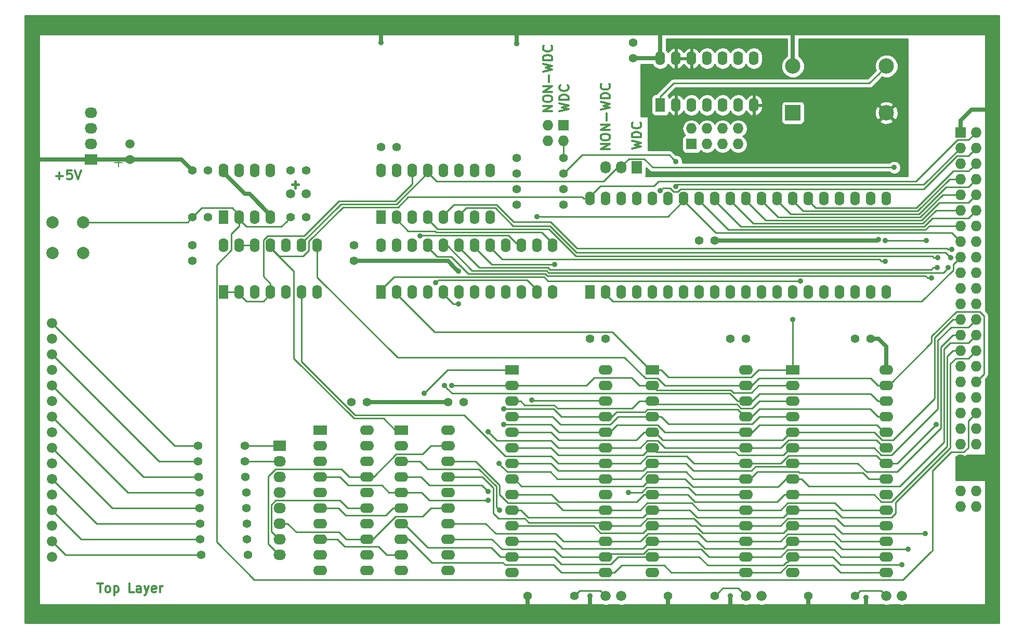
<source format=gbr>
%TF.FileFunction,Copper,L1,Top,Signal*%
%FSLAX46Y46*%
G04 Gerber Fmt 4.6, Leading zero omitted, Abs format (unit mm)*
G04 Created by KiCad (PCBNEW (2014-12-04 BZR 5312)-product) date Wed 04 Feb 2015 08:21:46 AM CET*
%MOMM*%
G01*
G04 APERTURE LIST*
%ADD10C,0.100000*%
%ADD11C,0.300000*%
%ADD12C,0.381000*%
%ADD13C,0.150000*%
%ADD14R,1.727200X1.727200*%
%ADD15O,1.727200X1.727200*%
%ADD16C,1.397000*%
%ADD17C,1.501140*%
%ADD18R,1.727200X2.032000*%
%ADD19O,1.727200X2.032000*%
%ADD20C,1.998980*%
%ADD21R,1.574800X2.286000*%
%ADD22O,1.574800X2.286000*%
%ADD23R,2.286000X1.574800*%
%ADD24O,2.286000X1.574800*%
%ADD25R,2.499360X2.499360*%
%ADD26C,2.499360*%
%ADD27R,2.032000X1.727200*%
%ADD28O,2.032000X1.727200*%
%ADD29C,1.676400*%
%ADD30C,0.889000*%
%ADD31C,0.635000*%
%ADD32C,0.254000*%
G04 APERTURE END LIST*
D10*
D11*
X74688572Y-138878571D02*
X75545715Y-138878571D01*
X75117144Y-140378571D02*
X75117144Y-138878571D01*
X76260001Y-140378571D02*
X76117143Y-140307143D01*
X76045715Y-140235714D01*
X75974286Y-140092857D01*
X75974286Y-139664286D01*
X76045715Y-139521429D01*
X76117143Y-139450000D01*
X76260001Y-139378571D01*
X76474286Y-139378571D01*
X76617143Y-139450000D01*
X76688572Y-139521429D01*
X76760001Y-139664286D01*
X76760001Y-140092857D01*
X76688572Y-140235714D01*
X76617143Y-140307143D01*
X76474286Y-140378571D01*
X76260001Y-140378571D01*
X77402858Y-139378571D02*
X77402858Y-140878571D01*
X77402858Y-139450000D02*
X77545715Y-139378571D01*
X77831429Y-139378571D01*
X77974286Y-139450000D01*
X78045715Y-139521429D01*
X78117144Y-139664286D01*
X78117144Y-140092857D01*
X78045715Y-140235714D01*
X77974286Y-140307143D01*
X77831429Y-140378571D01*
X77545715Y-140378571D01*
X77402858Y-140307143D01*
X80617144Y-140378571D02*
X79902858Y-140378571D01*
X79902858Y-138878571D01*
X81760001Y-140378571D02*
X81760001Y-139592857D01*
X81688572Y-139450000D01*
X81545715Y-139378571D01*
X81260001Y-139378571D01*
X81117144Y-139450000D01*
X81760001Y-140307143D02*
X81617144Y-140378571D01*
X81260001Y-140378571D01*
X81117144Y-140307143D01*
X81045715Y-140164286D01*
X81045715Y-140021429D01*
X81117144Y-139878571D01*
X81260001Y-139807143D01*
X81617144Y-139807143D01*
X81760001Y-139735714D01*
X82331430Y-139378571D02*
X82688573Y-140378571D01*
X83045715Y-139378571D02*
X82688573Y-140378571D01*
X82545715Y-140735714D01*
X82474287Y-140807143D01*
X82331430Y-140878571D01*
X84188572Y-140307143D02*
X84045715Y-140378571D01*
X83760001Y-140378571D01*
X83617144Y-140307143D01*
X83545715Y-140164286D01*
X83545715Y-139592857D01*
X83617144Y-139450000D01*
X83760001Y-139378571D01*
X84045715Y-139378571D01*
X84188572Y-139450000D01*
X84260001Y-139592857D01*
X84260001Y-139735714D01*
X83545715Y-139878571D01*
X84902858Y-140378571D02*
X84902858Y-139378571D01*
X84902858Y-139664286D02*
X84974286Y-139521429D01*
X85045715Y-139450000D01*
X85188572Y-139378571D01*
X85331429Y-139378571D01*
X67921429Y-72497143D02*
X69064286Y-72497143D01*
X68492857Y-73068571D02*
X68492857Y-71925714D01*
X70492858Y-71568571D02*
X69778572Y-71568571D01*
X69707143Y-72282857D01*
X69778572Y-72211429D01*
X69921429Y-72140000D01*
X70278572Y-72140000D01*
X70421429Y-72211429D01*
X70492858Y-72282857D01*
X70564286Y-72425714D01*
X70564286Y-72782857D01*
X70492858Y-72925714D01*
X70421429Y-72997143D01*
X70278572Y-73068571D01*
X69921429Y-73068571D01*
X69778572Y-72997143D01*
X69707143Y-72925714D01*
X70992857Y-71568571D02*
X71492857Y-73068571D01*
X71992857Y-71568571D01*
X158158571Y-68150715D02*
X156658571Y-68150715D01*
X158158571Y-67293572D01*
X156658571Y-67293572D01*
X156658571Y-66293572D02*
X156658571Y-66007858D01*
X156730000Y-65865000D01*
X156872857Y-65722143D01*
X157158571Y-65650715D01*
X157658571Y-65650715D01*
X157944286Y-65722143D01*
X158087143Y-65865000D01*
X158158571Y-66007858D01*
X158158571Y-66293572D01*
X158087143Y-66436429D01*
X157944286Y-66579286D01*
X157658571Y-66650715D01*
X157158571Y-66650715D01*
X156872857Y-66579286D01*
X156730000Y-66436429D01*
X156658571Y-66293572D01*
X158158571Y-65007857D02*
X156658571Y-65007857D01*
X158158571Y-64150714D01*
X156658571Y-64150714D01*
X157587143Y-63436428D02*
X157587143Y-62293571D01*
X156658571Y-61722142D02*
X158158571Y-61364999D01*
X157087143Y-61079285D01*
X158158571Y-60793571D01*
X156658571Y-60436428D01*
X158158571Y-59864999D02*
X156658571Y-59864999D01*
X156658571Y-59507856D01*
X156730000Y-59293571D01*
X156872857Y-59150713D01*
X157015714Y-59079285D01*
X157301429Y-59007856D01*
X157515714Y-59007856D01*
X157801429Y-59079285D01*
X157944286Y-59150713D01*
X158087143Y-59293571D01*
X158158571Y-59507856D01*
X158158571Y-59864999D01*
X158015714Y-57507856D02*
X158087143Y-57579285D01*
X158158571Y-57793571D01*
X158158571Y-57936428D01*
X158087143Y-58150713D01*
X157944286Y-58293571D01*
X157801429Y-58364999D01*
X157515714Y-58436428D01*
X157301429Y-58436428D01*
X157015714Y-58364999D01*
X156872857Y-58293571D01*
X156730000Y-58150713D01*
X156658571Y-57936428D01*
X156658571Y-57793571D01*
X156730000Y-57579285D01*
X156801429Y-57507856D01*
X161738571Y-68055857D02*
X163238571Y-67698714D01*
X162167143Y-67413000D01*
X163238571Y-67127286D01*
X161738571Y-66770143D01*
X163238571Y-66198714D02*
X161738571Y-66198714D01*
X161738571Y-65841571D01*
X161810000Y-65627286D01*
X161952857Y-65484428D01*
X162095714Y-65413000D01*
X162381429Y-65341571D01*
X162595714Y-65341571D01*
X162881429Y-65413000D01*
X163024286Y-65484428D01*
X163167143Y-65627286D01*
X163238571Y-65841571D01*
X163238571Y-66198714D01*
X163095714Y-63841571D02*
X163167143Y-63913000D01*
X163238571Y-64127286D01*
X163238571Y-64270143D01*
X163167143Y-64484428D01*
X163024286Y-64627286D01*
X162881429Y-64698714D01*
X162595714Y-64770143D01*
X162381429Y-64770143D01*
X162095714Y-64698714D01*
X161952857Y-64627286D01*
X161810000Y-64484428D01*
X161738571Y-64270143D01*
X161738571Y-64127286D01*
X161810000Y-63913000D01*
X161881429Y-63841571D01*
X148760571Y-61927715D02*
X147260571Y-61927715D01*
X148760571Y-61070572D01*
X147260571Y-61070572D01*
X147260571Y-60070572D02*
X147260571Y-59784858D01*
X147332000Y-59642000D01*
X147474857Y-59499143D01*
X147760571Y-59427715D01*
X148260571Y-59427715D01*
X148546286Y-59499143D01*
X148689143Y-59642000D01*
X148760571Y-59784858D01*
X148760571Y-60070572D01*
X148689143Y-60213429D01*
X148546286Y-60356286D01*
X148260571Y-60427715D01*
X147760571Y-60427715D01*
X147474857Y-60356286D01*
X147332000Y-60213429D01*
X147260571Y-60070572D01*
X148760571Y-58784857D02*
X147260571Y-58784857D01*
X148760571Y-57927714D01*
X147260571Y-57927714D01*
X148189143Y-57213428D02*
X148189143Y-56070571D01*
X147260571Y-55499142D02*
X148760571Y-55141999D01*
X147689143Y-54856285D01*
X148760571Y-54570571D01*
X147260571Y-54213428D01*
X148760571Y-53641999D02*
X147260571Y-53641999D01*
X147260571Y-53284856D01*
X147332000Y-53070571D01*
X147474857Y-52927713D01*
X147617714Y-52856285D01*
X147903429Y-52784856D01*
X148117714Y-52784856D01*
X148403429Y-52856285D01*
X148546286Y-52927713D01*
X148689143Y-53070571D01*
X148760571Y-53284856D01*
X148760571Y-53641999D01*
X148617714Y-51284856D02*
X148689143Y-51356285D01*
X148760571Y-51570571D01*
X148760571Y-51713428D01*
X148689143Y-51927713D01*
X148546286Y-52070571D01*
X148403429Y-52141999D01*
X148117714Y-52213428D01*
X147903429Y-52213428D01*
X147617714Y-52141999D01*
X147474857Y-52070571D01*
X147332000Y-51927713D01*
X147260571Y-51713428D01*
X147260571Y-51570571D01*
X147332000Y-51356285D01*
X147403429Y-51284856D01*
X149927571Y-61959857D02*
X151427571Y-61602714D01*
X150356143Y-61317000D01*
X151427571Y-61031286D01*
X149927571Y-60674143D01*
X151427571Y-60102714D02*
X149927571Y-60102714D01*
X149927571Y-59745571D01*
X149999000Y-59531286D01*
X150141857Y-59388428D01*
X150284714Y-59317000D01*
X150570429Y-59245571D01*
X150784714Y-59245571D01*
X151070429Y-59317000D01*
X151213286Y-59388428D01*
X151356143Y-59531286D01*
X151427571Y-59745571D01*
X151427571Y-60102714D01*
X151284714Y-57745571D02*
X151356143Y-57817000D01*
X151427571Y-58031286D01*
X151427571Y-58174143D01*
X151356143Y-58388428D01*
X151213286Y-58531286D01*
X151070429Y-58602714D01*
X150784714Y-58674143D01*
X150570429Y-58674143D01*
X150284714Y-58602714D01*
X150141857Y-58531286D01*
X149999000Y-58388428D01*
X149927571Y-58174143D01*
X149927571Y-58031286D01*
X149999000Y-57817000D01*
X150070429Y-57745571D01*
D12*
X106375200Y-73914000D02*
X107442000Y-73914000D01*
X106934000Y-73406000D02*
X106934000Y-74447400D01*
D13*
X77470000Y-70358000D02*
X78740000Y-70358000D01*
X78105000Y-70993000D02*
X78105000Y-69850000D01*
D14*
X215265000Y-65405000D03*
D15*
X217805000Y-65405000D03*
X215265000Y-67945000D03*
X217805000Y-67945000D03*
X215265000Y-70485000D03*
X217805000Y-70485000D03*
X215265000Y-73025000D03*
X217805000Y-73025000D03*
X215265000Y-75565000D03*
X217805000Y-75565000D03*
X215265000Y-78105000D03*
X217805000Y-78105000D03*
X215265000Y-80645000D03*
X217805000Y-80645000D03*
X215265000Y-83185000D03*
X217805000Y-83185000D03*
X215265000Y-85725000D03*
X217805000Y-85725000D03*
X215265000Y-88265000D03*
X217805000Y-88265000D03*
X215265000Y-90805000D03*
X217805000Y-90805000D03*
X215265000Y-93345000D03*
X217805000Y-93345000D03*
X215265000Y-95885000D03*
X217805000Y-95885000D03*
X215265000Y-98425000D03*
X217805000Y-98425000D03*
X215265000Y-100965000D03*
X217805000Y-100965000D03*
X215265000Y-103505000D03*
X217805000Y-103505000D03*
X215265000Y-106045000D03*
X217805000Y-106045000D03*
X215265000Y-108585000D03*
X217805000Y-108585000D03*
X215265000Y-111125000D03*
X217805000Y-111125000D03*
X215265000Y-113665000D03*
X217805000Y-113665000D03*
X215265000Y-116205000D03*
X217805000Y-116205000D03*
X215265000Y-118745000D03*
X217805000Y-118745000D03*
X215265000Y-121285000D03*
X217805000Y-121285000D03*
X215265000Y-123825000D03*
X217805000Y-123825000D03*
X215265000Y-126365000D03*
X217805000Y-126365000D03*
D16*
X172720000Y-83058000D03*
X175260000Y-83058000D03*
D17*
X108712000Y-75438000D03*
X106172000Y-75438000D03*
D16*
X200660000Y-99060000D03*
X198120000Y-99060000D03*
X157480000Y-99060000D03*
X154940000Y-99060000D03*
X116459000Y-83820000D03*
X116459000Y-86360000D03*
X90170000Y-83820000D03*
X90170000Y-86360000D03*
X161925000Y-53340000D03*
X161925000Y-50800000D03*
X131826000Y-109347000D03*
X134366000Y-109347000D03*
X180340000Y-99060000D03*
X177800000Y-99060000D03*
X118618000Y-109347000D03*
X116078000Y-109347000D03*
D14*
X171450000Y-67310000D03*
D15*
X171450000Y-64770000D03*
X173990000Y-67310000D03*
X173990000Y-64770000D03*
X176530000Y-67310000D03*
X176530000Y-64770000D03*
X179070000Y-67310000D03*
X179070000Y-64770000D03*
D18*
X162560000Y-71120000D03*
D19*
X160020000Y-71120000D03*
X157480000Y-71120000D03*
D14*
X150622000Y-64262000D03*
D15*
X150622000Y-66802000D03*
X148082000Y-64262000D03*
X148082000Y-66802000D03*
D16*
X150622000Y-74676000D03*
X143002000Y-74676000D03*
X150622000Y-72136000D03*
X143002000Y-72136000D03*
X150622000Y-77216000D03*
X143002000Y-77216000D03*
X143002000Y-69596000D03*
X150622000Y-69596000D03*
X92710000Y-71628000D03*
X92710000Y-79248000D03*
D20*
X72349360Y-80050640D03*
X72349360Y-85049360D03*
X67350640Y-85049360D03*
X67350640Y-80050640D03*
D21*
X154940000Y-91440000D03*
D22*
X157480000Y-91440000D03*
X160020000Y-91440000D03*
X162560000Y-91440000D03*
X165100000Y-91440000D03*
X167640000Y-91440000D03*
X170180000Y-91440000D03*
X172720000Y-91440000D03*
X175260000Y-91440000D03*
X177800000Y-91440000D03*
X180340000Y-91440000D03*
X182880000Y-91440000D03*
X185420000Y-91440000D03*
X187960000Y-91440000D03*
X190500000Y-91440000D03*
X193040000Y-91440000D03*
X195580000Y-91440000D03*
X198120000Y-91440000D03*
X200660000Y-91440000D03*
X203200000Y-91440000D03*
X203200000Y-76200000D03*
X200660000Y-76200000D03*
X198120000Y-76200000D03*
X195580000Y-76200000D03*
X193040000Y-76200000D03*
X190500000Y-76200000D03*
X187960000Y-76200000D03*
X185420000Y-76200000D03*
X182880000Y-76200000D03*
X180340000Y-76200000D03*
X177800000Y-76200000D03*
X175260000Y-76200000D03*
X172720000Y-76200000D03*
X170180000Y-76200000D03*
X167640000Y-76200000D03*
X165100000Y-76200000D03*
X162560000Y-76200000D03*
X160020000Y-76200000D03*
X157480000Y-76200000D03*
X154940000Y-76200000D03*
D21*
X95250000Y-91440000D03*
D22*
X97790000Y-91440000D03*
X100330000Y-91440000D03*
X102870000Y-91440000D03*
X105410000Y-91440000D03*
X107950000Y-91440000D03*
X110490000Y-91440000D03*
X110490000Y-83820000D03*
X107950000Y-83820000D03*
X105410000Y-83820000D03*
X102870000Y-83820000D03*
X100330000Y-83820000D03*
X97790000Y-83820000D03*
X95250000Y-83820000D03*
D21*
X166370000Y-60960000D03*
D22*
X168910000Y-60960000D03*
X171450000Y-60960000D03*
X173990000Y-60960000D03*
X176530000Y-60960000D03*
X179070000Y-60960000D03*
X181610000Y-60960000D03*
X181610000Y-53340000D03*
X179070000Y-53340000D03*
X176530000Y-53340000D03*
X173990000Y-53340000D03*
X171450000Y-53340000D03*
X168910000Y-53340000D03*
X166370000Y-53340000D03*
D21*
X120904000Y-91440000D03*
D22*
X123444000Y-91440000D03*
X125984000Y-91440000D03*
X128524000Y-91440000D03*
X131064000Y-91440000D03*
X133604000Y-91440000D03*
X136144000Y-91440000D03*
X138684000Y-91440000D03*
X141224000Y-91440000D03*
X143764000Y-91440000D03*
X146304000Y-91440000D03*
X148844000Y-91440000D03*
X148844000Y-83820000D03*
X146304000Y-83820000D03*
X143764000Y-83820000D03*
X141224000Y-83820000D03*
X138684000Y-83820000D03*
X136144000Y-83820000D03*
X133604000Y-83820000D03*
X131064000Y-83820000D03*
X128524000Y-83820000D03*
X125984000Y-83820000D03*
X123444000Y-83820000D03*
X120904000Y-83820000D03*
D23*
X142240000Y-104140000D03*
D24*
X142240000Y-106680000D03*
X142240000Y-109220000D03*
X142240000Y-111760000D03*
X142240000Y-114300000D03*
X142240000Y-116840000D03*
X142240000Y-119380000D03*
X142240000Y-121920000D03*
X142240000Y-124460000D03*
X142240000Y-127000000D03*
X142240000Y-129540000D03*
X142240000Y-132080000D03*
X142240000Y-134620000D03*
X142240000Y-137160000D03*
X157480000Y-137160000D03*
X157480000Y-134620000D03*
X157480000Y-132080000D03*
X157480000Y-129540000D03*
X157480000Y-127000000D03*
X157480000Y-124460000D03*
X157480000Y-121920000D03*
X157480000Y-119380000D03*
X157480000Y-116840000D03*
X157480000Y-114300000D03*
X157480000Y-111760000D03*
X157480000Y-109220000D03*
X157480000Y-106680000D03*
X157480000Y-104140000D03*
D23*
X187960000Y-104140000D03*
D24*
X187960000Y-106680000D03*
X187960000Y-109220000D03*
X187960000Y-111760000D03*
X187960000Y-114300000D03*
X187960000Y-116840000D03*
X187960000Y-119380000D03*
X187960000Y-121920000D03*
X187960000Y-124460000D03*
X187960000Y-127000000D03*
X187960000Y-129540000D03*
X187960000Y-132080000D03*
X187960000Y-134620000D03*
X187960000Y-137160000D03*
X203200000Y-137160000D03*
X203200000Y-134620000D03*
X203200000Y-132080000D03*
X203200000Y-129540000D03*
X203200000Y-127000000D03*
X203200000Y-124460000D03*
X203200000Y-121920000D03*
X203200000Y-119380000D03*
X203200000Y-116840000D03*
X203200000Y-114300000D03*
X203200000Y-111760000D03*
X203200000Y-109220000D03*
X203200000Y-106680000D03*
X203200000Y-104140000D03*
D23*
X165100000Y-104140000D03*
D24*
X165100000Y-106680000D03*
X165100000Y-109220000D03*
X165100000Y-111760000D03*
X165100000Y-114300000D03*
X165100000Y-116840000D03*
X165100000Y-119380000D03*
X165100000Y-121920000D03*
X165100000Y-124460000D03*
X165100000Y-127000000D03*
X165100000Y-129540000D03*
X165100000Y-132080000D03*
X165100000Y-134620000D03*
X165100000Y-137160000D03*
X180340000Y-137160000D03*
X180340000Y-134620000D03*
X180340000Y-132080000D03*
X180340000Y-129540000D03*
X180340000Y-127000000D03*
X180340000Y-124460000D03*
X180340000Y-121920000D03*
X180340000Y-119380000D03*
X180340000Y-116840000D03*
X180340000Y-114300000D03*
X180340000Y-111760000D03*
X180340000Y-109220000D03*
X180340000Y-106680000D03*
X180340000Y-104140000D03*
D21*
X120904000Y-79248000D03*
D22*
X123444000Y-79248000D03*
X125984000Y-79248000D03*
X128524000Y-79248000D03*
X131064000Y-79248000D03*
X133604000Y-79248000D03*
X136144000Y-79248000D03*
X138684000Y-79248000D03*
X138684000Y-71628000D03*
X136144000Y-71628000D03*
X133604000Y-71628000D03*
X131064000Y-71628000D03*
X128524000Y-71628000D03*
X125984000Y-71628000D03*
X123444000Y-71628000D03*
X120904000Y-71628000D03*
D23*
X124206000Y-113919000D03*
D24*
X124206000Y-116459000D03*
X124206000Y-118999000D03*
X124206000Y-121539000D03*
X124206000Y-124079000D03*
X124206000Y-126619000D03*
X124206000Y-129159000D03*
X124206000Y-131699000D03*
X124206000Y-134239000D03*
X124206000Y-136779000D03*
X131826000Y-136779000D03*
X131826000Y-134239000D03*
X131826000Y-131699000D03*
X131826000Y-129159000D03*
X131826000Y-126619000D03*
X131826000Y-124079000D03*
X131826000Y-121539000D03*
X131826000Y-118999000D03*
X131826000Y-116459000D03*
X131826000Y-113919000D03*
D25*
X187960000Y-62230000D03*
D26*
X203200000Y-62230000D03*
X203200000Y-54610000D03*
X187960000Y-54610000D03*
D16*
X120904000Y-67818000D03*
X123444000Y-67818000D03*
D17*
X80010000Y-67310000D03*
X80010000Y-69850000D03*
D27*
X104394000Y-116459000D03*
D28*
X104394000Y-118999000D03*
X104394000Y-121539000D03*
X104394000Y-124079000D03*
X104394000Y-126619000D03*
X104394000Y-129159000D03*
X104394000Y-131699000D03*
X104394000Y-134239000D03*
D23*
X110998000Y-113919000D03*
D24*
X110998000Y-116459000D03*
X110998000Y-118999000D03*
X110998000Y-121539000D03*
X110998000Y-124079000D03*
X110998000Y-126619000D03*
X110998000Y-129159000D03*
X110998000Y-131699000D03*
X110998000Y-134239000D03*
X110998000Y-136779000D03*
X118618000Y-136779000D03*
X118618000Y-134239000D03*
X118618000Y-131699000D03*
X118618000Y-129159000D03*
X118618000Y-126619000D03*
X118618000Y-124079000D03*
X118618000Y-121539000D03*
X118618000Y-118999000D03*
X118618000Y-116459000D03*
X118618000Y-113919000D03*
D16*
X106172000Y-79248000D03*
X108712000Y-79248000D03*
X106172000Y-71628000D03*
X108712000Y-71628000D03*
X90170000Y-71628000D03*
X90170000Y-79248000D03*
D21*
X95250000Y-79248000D03*
D22*
X97790000Y-79248000D03*
X100330000Y-79248000D03*
X102870000Y-79248000D03*
X102870000Y-71628000D03*
X100330000Y-71628000D03*
X97790000Y-71628000D03*
X95250000Y-71628000D03*
D27*
X73660000Y-69850000D03*
D28*
X73660000Y-67310000D03*
X73660000Y-64770000D03*
X73660000Y-62230000D03*
D29*
X157480000Y-140970000D03*
X160020000Y-140970000D03*
X203200000Y-140970000D03*
X205740000Y-140970000D03*
X180340000Y-140970000D03*
X182880000Y-140970000D03*
D16*
X152400000Y-140970000D03*
X144780000Y-140970000D03*
X198120000Y-140970000D03*
X190500000Y-140970000D03*
X175260000Y-140970000D03*
X167640000Y-140970000D03*
D29*
X67310000Y-96520000D03*
X67310000Y-99060000D03*
X67310000Y-101600000D03*
X67310000Y-104140000D03*
X67310000Y-106680000D03*
X67310000Y-109220000D03*
X67310000Y-111760000D03*
X67310000Y-114300000D03*
X67310000Y-116840000D03*
X67310000Y-119380000D03*
X67310000Y-121920000D03*
X67310000Y-124460000D03*
X67310000Y-127000000D03*
X67310000Y-129540000D03*
X67310000Y-132080000D03*
X67310000Y-134620000D03*
D16*
X91059000Y-116459000D03*
X98679000Y-116459000D03*
X91059000Y-118999000D03*
X98679000Y-118999000D03*
X91186000Y-121539000D03*
X98806000Y-121539000D03*
X91313000Y-124079000D03*
X98933000Y-124079000D03*
X91313000Y-126619000D03*
X98933000Y-126619000D03*
X91440000Y-129159000D03*
X99060000Y-129159000D03*
X91440000Y-131699000D03*
X99060000Y-131699000D03*
X91567000Y-134239000D03*
X99187000Y-134239000D03*
D30*
X201907070Y-82872239D03*
X133464770Y-88023230D03*
X177800000Y-140970000D03*
X154940000Y-140970000D03*
X199898000Y-141224000D03*
X143002000Y-50927000D03*
X120904000Y-50800000D03*
X204470000Y-71120000D03*
X203034886Y-83058001D03*
X209677000Y-83058000D03*
X146304000Y-79121000D03*
X211264501Y-113030000D03*
X211455000Y-87439490D03*
X213233021Y-87475327D03*
X168910000Y-70167480D03*
X168846936Y-74231520D03*
X166370000Y-74930000D03*
X205740000Y-135890000D03*
X138303000Y-123952000D03*
X206756000Y-133350000D03*
X140208000Y-127000000D03*
X209550000Y-130810000D03*
X213708284Y-85854726D03*
X213868000Y-84455000D03*
X211512345Y-85788520D03*
X210557969Y-89145284D03*
X129794000Y-89916000D03*
X140843000Y-110490000D03*
X140843000Y-113030000D03*
X140081000Y-119380000D03*
X138303000Y-114173000D03*
X133477000Y-93345000D03*
X132397480Y-106680000D03*
X131191000Y-106680000D03*
X187960000Y-95885000D03*
X189230000Y-89598540D03*
X203034886Y-86423521D03*
X149178183Y-86931443D03*
X161163000Y-124079000D03*
X127889000Y-107950000D03*
X138303000Y-125349000D03*
X145424758Y-109029480D03*
X127254000Y-82296000D03*
D31*
X201721309Y-83058000D02*
X201907070Y-82872239D01*
X175260000Y-83058000D02*
X201721309Y-83058000D01*
X110490000Y-91567000D02*
X110490000Y-91440000D01*
X133020271Y-87578731D02*
X133464770Y-88023230D01*
X131801540Y-86360000D02*
X133020271Y-87578731D01*
X116459000Y-86360000D02*
X131801540Y-86360000D01*
X144780000Y-140970000D02*
X144780000Y-143510000D01*
X167640000Y-140970000D02*
X167640000Y-143510000D01*
X177800000Y-143510000D02*
X177800000Y-140970000D01*
X154940000Y-143510000D02*
X154940000Y-140970000D01*
X190500000Y-140970000D02*
X190500000Y-143510000D01*
X199898000Y-143637000D02*
X199898000Y-141852617D01*
X199898000Y-141852617D02*
X199898000Y-141224000D01*
X118618000Y-109347000D02*
X131826000Y-109347000D01*
X201930000Y-99060000D02*
X203200000Y-100330000D01*
X203200000Y-100330000D02*
X203200000Y-104140000D01*
X200660000Y-99060000D02*
X201930000Y-99060000D01*
X215265000Y-65405000D02*
X215265000Y-63500000D01*
X217043000Y-61722000D02*
X219837000Y-61722000D01*
X215265000Y-63500000D02*
X217043000Y-61722000D01*
X187960000Y-54610000D02*
X187960000Y-48006000D01*
X143002000Y-48895000D02*
X143002000Y-50927000D01*
X120904000Y-50800000D02*
X120904000Y-48641000D01*
X166370000Y-53340000D02*
X161925000Y-53340000D01*
X215265000Y-121285000D02*
X217805000Y-121285000D01*
X217805000Y-121285000D02*
X217805000Y-118745000D01*
X217805000Y-118745000D02*
X215265000Y-118745000D01*
X215265000Y-118745000D02*
X215265000Y-121285000D01*
X166370000Y-53340000D02*
X166370000Y-51562000D01*
X166370000Y-51562000D02*
X166370000Y-48895000D01*
X95250000Y-71272400D02*
X95250000Y-71628000D01*
X102870000Y-78892400D02*
X99415600Y-75438000D01*
X102870000Y-79248000D02*
X102870000Y-78892400D01*
X98704400Y-75438000D02*
X95250000Y-71983600D01*
X95250000Y-71983600D02*
X95250000Y-71628000D01*
X99415600Y-75438000D02*
X98704400Y-75438000D01*
X64770000Y-69850000D02*
X63500000Y-69850000D01*
X73660000Y-69850000D02*
X64770000Y-69850000D01*
X80010000Y-69850000D02*
X73660000Y-69850000D01*
X88392000Y-69850000D02*
X90170000Y-71628000D01*
X80010000Y-69850000D02*
X88392000Y-69850000D01*
D32*
X161264601Y-69722999D02*
X163728401Y-69722999D01*
X163728401Y-69722999D02*
X165125402Y-71120000D01*
X165125402Y-71120000D02*
X203841383Y-71120000D01*
X203841383Y-71120000D02*
X204470000Y-71120000D01*
X160020000Y-71120000D02*
X160020000Y-70967600D01*
X160020000Y-70967600D02*
X161264601Y-69722999D01*
X128524000Y-71628000D02*
X128524000Y-71983600D01*
X114325390Y-77089010D02*
X123418590Y-77089010D01*
X107950000Y-83464400D02*
X114325390Y-77089010D01*
X107950000Y-83820000D02*
X107950000Y-83464400D01*
X123418590Y-77089010D02*
X128524000Y-71983600D01*
X159392544Y-71120000D02*
X160020000Y-71120000D01*
X157146393Y-73366151D02*
X159392544Y-71120000D01*
X129906551Y-73366151D02*
X157146393Y-73366151D01*
X128524000Y-71983600D02*
X129906551Y-73366151D01*
X203034886Y-83058001D02*
X209048383Y-83058000D01*
X209048383Y-83058000D02*
X209677000Y-83058000D01*
X123190000Y-113919000D02*
X124206000Y-113919000D01*
X116459000Y-112014000D02*
X121285000Y-112014000D01*
X106680000Y-102235000D02*
X116459000Y-112014000D01*
X106680000Y-88011000D02*
X106680000Y-102235000D01*
X102870000Y-84201000D02*
X106680000Y-88011000D01*
X121285000Y-112014000D02*
X123190000Y-113919000D01*
X102870000Y-83820000D02*
X102870000Y-84201000D01*
X154940000Y-75819000D02*
X154940000Y-76200000D01*
X156591000Y-74168000D02*
X154940000Y-75819000D01*
X165354000Y-74168000D02*
X156591000Y-74168000D01*
X166116000Y-73406000D02*
X165354000Y-74168000D01*
X208026000Y-73406000D02*
X166116000Y-73406000D01*
X214782399Y-66649601D02*
X208026000Y-73406000D01*
X216560399Y-66649601D02*
X214782399Y-66649601D01*
X217805000Y-65405000D02*
X216560399Y-66649601D01*
X153898600Y-76200000D02*
X154940000Y-76200000D01*
X153644600Y-75946000D02*
X153898600Y-76200000D01*
X114680980Y-77597020D02*
X123629014Y-77597020D01*
X123629014Y-77597020D02*
X125280034Y-75946000D01*
X109118410Y-83159590D02*
X114680980Y-77597020D01*
X109118410Y-84659571D02*
X109118410Y-83159590D01*
X108179981Y-85598000D02*
X109118410Y-84659571D01*
X104292400Y-85598000D02*
X108179981Y-85598000D01*
X125280034Y-75946000D02*
X153644600Y-75946000D01*
X102870000Y-84175600D02*
X104292400Y-85598000D01*
X102870000Y-83820000D02*
X102870000Y-84175600D01*
X146304000Y-83820000D02*
X146304000Y-83464400D01*
X95250000Y-91440000D02*
X96291400Y-91440000D01*
X102870000Y-91084400D02*
X102870000Y-91440000D01*
X96291400Y-91440000D02*
X97790000Y-91440000D01*
X170180000Y-76555600D02*
X170180000Y-76200000D01*
X102870000Y-91795600D02*
X102870000Y-91440000D01*
X101701600Y-92964000D02*
X102870000Y-91795600D01*
X100813981Y-92964000D02*
X101701600Y-92964000D01*
X100813971Y-92964010D02*
X100813981Y-92964000D01*
X99846029Y-92964010D02*
X100813971Y-92964010D01*
X99846019Y-92964000D02*
X99846029Y-92964010D01*
X98958400Y-92964000D02*
X99846019Y-92964000D01*
X97790000Y-91795600D02*
X98958400Y-92964000D01*
X97790000Y-91440000D02*
X97790000Y-91795600D01*
X101701590Y-82980429D02*
X101701590Y-88874590D01*
X103353981Y-82296000D02*
X103353971Y-82295990D01*
X103353971Y-82295990D02*
X102386029Y-82295990D01*
X101701590Y-88874590D02*
X102870000Y-90043000D01*
X102870000Y-90043000D02*
X102870000Y-91440000D01*
X104926019Y-82296000D02*
X103353981Y-82296000D01*
X104926029Y-82295990D02*
X104926019Y-82296000D01*
X105893981Y-82296000D02*
X105893971Y-82295990D01*
X102386029Y-82295990D02*
X101701590Y-82980429D01*
X107466019Y-82296000D02*
X105893981Y-82296000D01*
X108331010Y-82295990D02*
X107466029Y-82295990D01*
X114046000Y-76581000D02*
X108331010Y-82295990D01*
X123190000Y-76581000D02*
X114046000Y-76581000D01*
X125984000Y-73787000D02*
X123190000Y-76581000D01*
X107466029Y-82295990D02*
X107466019Y-82296000D01*
X105893971Y-82295990D02*
X104926029Y-82295990D01*
X125984000Y-71628000D02*
X125984000Y-73787000D01*
X214401401Y-82321401D02*
X215265000Y-83185000D01*
X175412486Y-81788086D02*
X213868086Y-81788086D01*
X170180000Y-76555600D02*
X175412486Y-81788086D01*
X213868086Y-81788086D02*
X214401401Y-82321401D01*
X167614600Y-79121000D02*
X146932617Y-79121000D01*
X146932617Y-79121000D02*
X146304000Y-79121000D01*
X170180000Y-76555600D02*
X167614600Y-79121000D01*
X180340000Y-119380000D02*
X185952019Y-119380000D01*
X185952019Y-119380000D02*
X187222019Y-118110000D01*
X187222019Y-118110000D02*
X201574400Y-118110000D01*
X201574400Y-118110000D02*
X202844400Y-119380000D01*
X202844400Y-119380000D02*
X203200000Y-119380000D01*
X203200000Y-119380000D02*
X204914501Y-119380000D01*
X204914501Y-119380000D02*
X210820002Y-113474499D01*
X210820002Y-113474499D02*
X211264501Y-113030000D01*
X107950000Y-102786566D02*
X107950000Y-92837000D01*
X134444732Y-111505990D02*
X116669424Y-111505990D01*
X141150332Y-118211590D02*
X134444732Y-111505990D01*
X107950000Y-92837000D02*
X107950000Y-91440000D01*
X148564590Y-118211590D02*
X141150332Y-118211590D01*
X116669424Y-111505990D02*
X107950000Y-102786566D01*
X149733000Y-119380000D02*
X148564590Y-118211590D01*
X157480000Y-119380000D02*
X149733000Y-119380000D01*
X171831000Y-119380000D02*
X180340000Y-119380000D01*
X170662590Y-118211590D02*
X171831000Y-119380000D01*
X164260429Y-118211590D02*
X170662590Y-118211590D01*
X163092019Y-119380000D02*
X164260429Y-118211590D01*
X157480000Y-119380000D02*
X163092019Y-119380000D01*
X133604000Y-84175600D02*
X136867854Y-87439454D01*
X210508910Y-87756963D02*
X210826383Y-87439490D01*
X148385669Y-87756963D02*
X210508910Y-87756963D01*
X210826383Y-87439490D02*
X211455000Y-87439490D01*
X148068160Y-87439454D02*
X148385669Y-87756963D01*
X136867854Y-87439454D02*
X148068160Y-87439454D01*
X133604000Y-83820000D02*
X133604000Y-84175600D01*
X215138000Y-93472000D02*
X215265000Y-93345000D01*
X135716417Y-87947463D02*
X147857735Y-87947463D01*
X131588954Y-83820000D02*
X135716417Y-87947463D01*
X212788522Y-87919826D02*
X213233021Y-87475327D01*
X212443338Y-88265010D02*
X212788522Y-87919826D01*
X148175282Y-88265010D02*
X212443338Y-88265010D01*
X147857735Y-87947463D02*
X148175282Y-88265010D01*
X131064000Y-83820000D02*
X131588954Y-83820000D01*
X203200000Y-106680000D02*
X201803000Y-106680000D01*
X201803000Y-106680000D02*
X200634590Y-105511590D01*
X200634590Y-105511590D02*
X182397410Y-105511590D01*
X182397410Y-105511590D02*
X181229000Y-106680000D01*
X181229000Y-106680000D02*
X180340000Y-106680000D01*
X110490000Y-83820000D02*
X110490000Y-89027000D01*
X110490000Y-89027000D02*
X123571000Y-102108000D01*
X123571000Y-102108000D02*
X160528000Y-102108000D01*
X160528000Y-102108000D02*
X163931590Y-105511590D01*
X165939571Y-105511590D02*
X167107981Y-106680000D01*
X163931590Y-105511590D02*
X165939571Y-105511590D01*
X167107981Y-106680000D02*
X180340000Y-106680000D01*
X218668599Y-105181401D02*
X217805000Y-106045000D01*
X219049601Y-104800399D02*
X218668599Y-105181401D01*
X219049601Y-95287591D02*
X219049601Y-104800399D01*
X218402409Y-94640399D02*
X219049601Y-95287591D01*
X214569853Y-94640399D02*
X218402409Y-94640399D01*
X210565991Y-98644261D02*
X214569853Y-94640399D01*
X210565990Y-99669610D02*
X210565991Y-98644261D01*
X203555600Y-106680000D02*
X210565990Y-99669610D01*
X203200000Y-106680000D02*
X203555600Y-106680000D01*
X215138000Y-67818000D02*
X215265000Y-67945000D01*
X167640000Y-91084400D02*
X167640000Y-91440000D01*
X215265000Y-67945000D02*
X209295990Y-73914010D01*
X209295990Y-73914010D02*
X169164446Y-73914010D01*
X169164446Y-73914010D02*
X168846936Y-74231520D01*
X168465501Y-69722981D02*
X168910000Y-70167480D01*
X167830520Y-69088000D02*
X168465501Y-69722981D01*
X153670000Y-69088000D02*
X167830520Y-69088000D01*
X150622000Y-72136000D02*
X153670000Y-69088000D01*
X162560000Y-91084400D02*
X162560000Y-91440000D01*
X216509601Y-69240399D02*
X214688035Y-69240399D01*
X214688035Y-69240399D02*
X209300673Y-74627761D01*
X166814499Y-74485501D02*
X166370000Y-74930000D01*
X167933482Y-74485501D02*
X166814499Y-74485501D01*
X168505002Y-75057021D02*
X167933482Y-74485501D01*
X209300673Y-74627761D02*
X169672429Y-74627761D01*
X169672429Y-74627761D02*
X169243169Y-75057021D01*
X169243169Y-75057021D02*
X168505002Y-75057021D01*
X217805000Y-67945000D02*
X216509601Y-69240399D01*
X215138000Y-85852000D02*
X215265000Y-85725000D01*
X157480000Y-91440000D02*
X157480000Y-91795600D01*
X214058522Y-86931478D02*
X214401401Y-86588599D01*
X214058522Y-87871568D02*
X214058522Y-86931478D01*
X208966080Y-92964010D02*
X214058522Y-87871568D01*
X158648410Y-92964010D02*
X208966080Y-92964010D01*
X157480000Y-91795600D02*
X158648410Y-92964010D01*
X214401401Y-86588599D02*
X215265000Y-85725000D01*
X216560399Y-71729601D02*
X216941401Y-71348599D01*
X214071361Y-71729601D02*
X216560399Y-71729601D01*
X208076958Y-77724004D02*
X214071361Y-71729601D01*
X190500000Y-76555600D02*
X191668404Y-77724004D01*
X190500000Y-76200000D02*
X190500000Y-76555600D01*
X191668404Y-77724004D02*
X208076958Y-77724004D01*
X216941401Y-71348599D02*
X217805000Y-70485000D01*
X136262608Y-118999000D02*
X140144520Y-122880912D01*
X150495000Y-127000000D02*
X156083000Y-127000000D01*
X141571200Y-125831590D02*
X149326590Y-125831590D01*
X131826000Y-118999000D02*
X136262608Y-118999000D01*
X140144520Y-124404905D02*
X141571200Y-125831590D01*
X149326590Y-125831590D02*
X150495000Y-127000000D01*
X140144520Y-122880912D02*
X140144520Y-124404905D01*
X156083000Y-127000000D02*
X157480000Y-127000000D01*
X203200000Y-127000000D02*
X195961000Y-127000000D01*
X195961000Y-127000000D02*
X194792590Y-125831590D01*
X187120429Y-125831590D02*
X185952019Y-127000000D01*
X194792590Y-125831590D02*
X187120429Y-125831590D01*
X185952019Y-127000000D02*
X182626000Y-127000000D01*
X182626000Y-127000000D02*
X180340000Y-127000000D01*
X203200000Y-127000000D02*
X203555600Y-127000000D01*
X172636566Y-127000000D02*
X180340000Y-127000000D01*
X171468156Y-125831590D02*
X172636566Y-127000000D01*
X164260429Y-125831590D02*
X171468156Y-125831590D01*
X163092019Y-127000000D02*
X164260429Y-125831590D01*
X157480000Y-127000000D02*
X163092019Y-127000000D01*
X187960000Y-76555600D02*
X189636414Y-78232014D01*
X214043686Y-73025000D02*
X215265000Y-73025000D01*
X213494396Y-73025000D02*
X214043686Y-73025000D01*
X208287382Y-78232014D02*
X213494396Y-73025000D01*
X189636414Y-78232014D02*
X208287382Y-78232014D01*
X187960000Y-76200000D02*
X187960000Y-76555600D01*
X139128501Y-123301759D02*
X139128501Y-127523243D01*
X137365742Y-121539000D02*
X139128501Y-123301759D01*
X139128501Y-127523243D02*
X139976848Y-128371590D01*
X131826000Y-121539000D02*
X137365742Y-121539000D01*
X139976848Y-128371590D02*
X144290156Y-128371590D01*
X156971990Y-129031990D02*
X157480000Y-129540000D01*
X144950556Y-129031990D02*
X156971990Y-129031990D01*
X144290156Y-128371590D02*
X144950556Y-129031990D01*
X180340000Y-129540000D02*
X185952019Y-129540000D01*
X185952019Y-129540000D02*
X187120429Y-128371590D01*
X187120429Y-128371590D02*
X195046590Y-128371590D01*
X195046590Y-128371590D02*
X196215000Y-129540000D01*
X196215000Y-129540000D02*
X203200000Y-129540000D01*
X215069034Y-73025000D02*
X215265000Y-73025000D01*
X203200000Y-129540000D02*
X203555600Y-129540000D01*
X173017566Y-129540000D02*
X180340000Y-129540000D01*
X171849156Y-128371590D02*
X173017566Y-129540000D01*
X164260429Y-128371590D02*
X171849156Y-128371590D01*
X163092019Y-129540000D02*
X164260429Y-128371590D01*
X157480000Y-129540000D02*
X163092019Y-129540000D01*
X216941401Y-73888599D02*
X217805000Y-73025000D01*
X185420000Y-76555600D02*
X187604424Y-78740024D01*
X212917431Y-74320399D02*
X216509601Y-74320399D01*
X208497806Y-78740024D02*
X212917431Y-74320399D01*
X187604424Y-78740024D02*
X208497806Y-78740024D01*
X185420000Y-76200000D02*
X185420000Y-76555600D01*
X216509601Y-74320399D02*
X216941401Y-73888599D01*
X157480000Y-132080000D02*
X150622000Y-132080000D01*
X150622000Y-132080000D02*
X149352000Y-130810000D01*
X149352000Y-130810000D02*
X139573000Y-130810000D01*
X139573000Y-130810000D02*
X137922000Y-129159000D01*
X137922000Y-129159000D02*
X131826000Y-129159000D01*
X180340000Y-132080000D02*
X185952019Y-132080000D01*
X185952019Y-132080000D02*
X187120429Y-130911590D01*
X187120429Y-130911590D02*
X194665590Y-130911590D01*
X194665590Y-130911590D02*
X195834000Y-132080000D01*
X195834000Y-132080000D02*
X203200000Y-132080000D01*
X157480000Y-132080000D02*
X157124400Y-132080000D01*
X163092019Y-132080000D02*
X158877000Y-132080000D01*
X164362019Y-130810000D02*
X163092019Y-132080000D01*
X158877000Y-132080000D02*
X157480000Y-132080000D01*
X172636566Y-130810000D02*
X164362019Y-130810000D01*
X173906566Y-132080000D02*
X172636566Y-130810000D01*
X180340000Y-132080000D02*
X173906566Y-132080000D01*
X208708230Y-79248034D02*
X212391264Y-75565000D01*
X182880000Y-76200000D02*
X182880000Y-76555600D01*
X214043686Y-75565000D02*
X215265000Y-75565000D01*
X212391264Y-75565000D02*
X214043686Y-75565000D01*
X185572434Y-79248034D02*
X208708230Y-79248034D01*
X182880000Y-76555600D02*
X185572434Y-79248034D01*
X131826000Y-131699000D02*
X138938000Y-131699000D01*
X138938000Y-131699000D02*
X140589000Y-133350000D01*
X140589000Y-133350000D02*
X149098000Y-133350000D01*
X149098000Y-133350000D02*
X150368000Y-134620000D01*
X150368000Y-134620000D02*
X156083000Y-134620000D01*
X156083000Y-134620000D02*
X157480000Y-134620000D01*
X180340000Y-134620000D02*
X185952019Y-134620000D01*
X185952019Y-134620000D02*
X187120429Y-133451590D01*
X187120429Y-133451590D02*
X194665590Y-133451590D01*
X194665590Y-133451590D02*
X195834000Y-134620000D01*
X195834000Y-134620000D02*
X203200000Y-134620000D01*
X203200000Y-134620000D02*
X203555600Y-134620000D01*
X157988010Y-134111990D02*
X157480000Y-134620000D01*
X164362019Y-133350000D02*
X163600029Y-134111990D01*
X173017566Y-133350000D02*
X164362019Y-133350000D01*
X174287566Y-134620000D02*
X173017566Y-133350000D01*
X163600029Y-134111990D02*
X157988010Y-134111990D01*
X180340000Y-134620000D02*
X174287566Y-134620000D01*
X208918654Y-79756044D02*
X211814299Y-76860399D01*
X180340000Y-76555600D02*
X183540444Y-79756044D01*
X211814299Y-76860399D02*
X216509601Y-76860399D01*
X216941401Y-76428599D02*
X217805000Y-75565000D01*
X183540444Y-79756044D02*
X208918654Y-79756044D01*
X180340000Y-76200000D02*
X180340000Y-76555600D01*
X216509601Y-76860399D02*
X216941401Y-76428599D01*
X124206000Y-131699000D02*
X125349000Y-131699000D01*
X125349000Y-131699000D02*
X129159000Y-135509000D01*
X129159000Y-135509000D02*
X140716000Y-135509000D01*
X140716000Y-135509000D02*
X141097000Y-135890000D01*
X141097000Y-135890000D02*
X148971000Y-135890000D01*
X148971000Y-135890000D02*
X150241000Y-137160000D01*
X150241000Y-137160000D02*
X156083000Y-137160000D01*
X156083000Y-137160000D02*
X157480000Y-137160000D01*
X180340000Y-137160000D02*
X185952019Y-137160000D01*
X185952019Y-137160000D02*
X187120429Y-135991590D01*
X187120429Y-135991590D02*
X194538590Y-135991590D01*
X194538590Y-135991590D02*
X195707000Y-137160000D01*
X195707000Y-137160000D02*
X203200000Y-137160000D01*
X203200000Y-137160000D02*
X203555600Y-137160000D01*
X118618000Y-134239000D02*
X118973600Y-134239000D01*
X178943000Y-137160000D02*
X180340000Y-137160000D01*
X168148000Y-137160000D02*
X178943000Y-137160000D01*
X166979590Y-135991590D02*
X168148000Y-137160000D01*
X160045410Y-135991590D02*
X166979590Y-135991590D01*
X158877000Y-137160000D02*
X160045410Y-135991590D01*
X157480000Y-137160000D02*
X158877000Y-137160000D01*
X177800000Y-76200000D02*
X177800000Y-76555600D01*
X209129078Y-80264054D02*
X211288132Y-78105000D01*
X177800000Y-76555600D02*
X181508454Y-80264054D01*
X211288132Y-78105000D02*
X214043686Y-78105000D01*
X181508454Y-80264054D02*
X209129078Y-80264054D01*
X214043686Y-78105000D02*
X215265000Y-78105000D01*
X124206000Y-129159000D02*
X124561600Y-129159000D01*
X124561600Y-129159000D02*
X128473190Y-133070590D01*
X128473190Y-133070590D02*
X138785590Y-133070590D01*
X138785590Y-133070590D02*
X140335000Y-134620000D01*
X140335000Y-134620000D02*
X140843000Y-134620000D01*
X140843000Y-134620000D02*
X142240000Y-134620000D01*
X142240000Y-134620000D02*
X149098000Y-134620000D01*
X158319571Y-135788410D02*
X159487981Y-134620000D01*
X149098000Y-134620000D02*
X150266410Y-135788410D01*
X163703000Y-134620000D02*
X165100000Y-134620000D01*
X150266410Y-135788410D02*
X158319571Y-135788410D01*
X159487981Y-134620000D02*
X163703000Y-134620000D01*
X187960000Y-134620000D02*
X194437000Y-134620000D01*
X194437000Y-134620000D02*
X195707000Y-135890000D01*
X195707000Y-135890000D02*
X205111383Y-135890000D01*
X205111383Y-135890000D02*
X205740000Y-135890000D01*
X142240000Y-134620000D02*
X141884400Y-134620000D01*
X186910004Y-135483581D02*
X187096419Y-135483581D01*
X186401995Y-135991590D02*
X186910004Y-135483581D01*
X165100000Y-134620000D02*
X172720000Y-134620000D01*
X187096419Y-135483581D02*
X187960000Y-134620000D01*
X172720000Y-134620000D02*
X174091590Y-135991590D01*
X174091590Y-135991590D02*
X186401995Y-135991590D01*
X175260000Y-76200000D02*
X175260000Y-76555600D01*
X179476464Y-80772064D02*
X209339502Y-80772064D01*
X175260000Y-76555600D02*
X179476464Y-80772064D01*
X210711167Y-79400399D02*
X216509601Y-79400399D01*
X209339502Y-80772064D02*
X210711167Y-79400399D01*
X216509601Y-79400399D02*
X216941401Y-78968599D01*
X216941401Y-78968599D02*
X217805000Y-78105000D01*
X124206000Y-121539000D02*
X127381000Y-121539000D01*
X127381000Y-121539000D02*
X128752590Y-122910590D01*
X128752590Y-122910590D02*
X137261590Y-122910590D01*
X137858501Y-123507501D02*
X138303000Y-123952000D01*
X137261590Y-122910590D02*
X137858501Y-123507501D01*
X142240000Y-132080000D02*
X143637000Y-132080000D01*
X143637000Y-132080000D02*
X143637009Y-132080009D01*
X149225009Y-132080009D02*
X150393410Y-133248410D01*
X143637009Y-132080009D02*
X149225009Y-132080009D01*
X150393410Y-133248410D02*
X163575990Y-133248410D01*
X163575990Y-133248410D02*
X164744400Y-132080000D01*
X164744400Y-132080000D02*
X165100000Y-132080000D01*
X187960000Y-132080000D02*
X194691000Y-132080000D01*
X206127383Y-133350000D02*
X206756000Y-133350000D01*
X194691000Y-132080000D02*
X195961000Y-133350000D01*
X195961000Y-133350000D02*
X206127383Y-133350000D01*
X142240000Y-132080000D02*
X141884400Y-132080000D01*
X187604400Y-132080000D02*
X187960000Y-132080000D01*
X172466000Y-132080000D02*
X173634410Y-133248410D01*
X165100000Y-132080000D02*
X172466000Y-132080000D01*
X186435990Y-133248410D02*
X187604400Y-132080000D01*
X173634410Y-133248410D02*
X186435990Y-133248410D01*
X177444476Y-81280076D02*
X209549924Y-81280076D01*
X172720000Y-76200000D02*
X172720000Y-76555600D01*
X172720000Y-76555600D02*
X177444476Y-81280076D01*
X209549924Y-81280076D02*
X210185000Y-80645000D01*
X210185000Y-80645000D02*
X215265000Y-80645000D01*
X124206000Y-118999000D02*
X127254000Y-118999000D01*
X127254000Y-118999000D02*
X128524000Y-120269000D01*
X128524000Y-120269000D02*
X136814176Y-120269000D01*
X136814176Y-120269000D02*
X139636511Y-123091335D01*
X139636511Y-123091335D02*
X139636511Y-126428511D01*
X139636511Y-126428511D02*
X139763501Y-126555501D01*
X139763501Y-126555501D02*
X140208000Y-127000000D01*
X187960000Y-129540000D02*
X194691000Y-129540000D01*
X194691000Y-129540000D02*
X195961000Y-130810000D01*
X195961000Y-130810000D02*
X208921383Y-130810000D01*
X208921383Y-130810000D02*
X209550000Y-130810000D01*
X164744400Y-129540000D02*
X165100000Y-129540000D01*
X142240000Y-129540000D02*
X141884400Y-129540000D01*
X155472019Y-129540000D02*
X156640429Y-130708410D01*
X142240000Y-129540000D02*
X155472019Y-129540000D01*
X163575990Y-130708410D02*
X164744400Y-129540000D01*
X156640429Y-130708410D02*
X163575990Y-130708410D01*
X187604400Y-129540000D02*
X187960000Y-129540000D01*
X173253410Y-130708410D02*
X186435990Y-130708410D01*
X186435990Y-130708410D02*
X187604400Y-129540000D01*
X165100000Y-129540000D02*
X172085000Y-129540000D01*
X172085000Y-129540000D02*
X173253410Y-130708410D01*
X141989728Y-81661030D02*
X147040630Y-81661030D01*
X141989688Y-81660990D02*
X141989728Y-81661030D01*
X147040630Y-81661030D02*
X148844000Y-83464400D01*
X129672465Y-81470499D02*
X129862956Y-81660990D01*
X123444000Y-79248000D02*
X123444000Y-79603600D01*
X125310899Y-81470499D02*
X129672465Y-81470499D01*
X129862956Y-81660990D02*
X141989688Y-81660990D01*
X123444000Y-79603600D02*
X125310899Y-81470499D01*
X148844000Y-83464400D02*
X148844000Y-83820000D01*
X201192019Y-116840000D02*
X189357000Y-116840000D01*
X217805000Y-95885000D02*
X216509601Y-97180399D01*
X213715601Y-97180399D02*
X211582010Y-99313990D01*
X211582010Y-110482503D02*
X204056103Y-118008410D01*
X204056103Y-118008410D02*
X202360429Y-118008410D01*
X211582010Y-99313990D02*
X211582010Y-110482503D01*
X202360429Y-118008410D02*
X201192019Y-116840000D01*
X189357000Y-116840000D02*
X187960000Y-116840000D01*
X216509601Y-97180399D02*
X213715601Y-97180399D01*
X164744400Y-116840000D02*
X165100000Y-116840000D01*
X163575990Y-118008410D02*
X164744400Y-116840000D01*
X149758410Y-118008410D02*
X163575990Y-118008410D01*
X148590000Y-116840000D02*
X149758410Y-118008410D01*
X142240000Y-116840000D02*
X148590000Y-116840000D01*
X187604400Y-116840000D02*
X187960000Y-116840000D01*
X186435990Y-118008410D02*
X187604400Y-116840000D01*
X178562000Y-117475000D02*
X179095410Y-118008410D01*
X179095410Y-118008410D02*
X186435990Y-118008410D01*
X165735000Y-117475000D02*
X178562000Y-117475000D01*
X165100000Y-116840000D02*
X165735000Y-117475000D01*
X165100000Y-119380000D02*
X170561000Y-119380000D01*
X170561000Y-119380000D02*
X171729410Y-120548410D01*
X171729410Y-120548410D02*
X181203590Y-120548410D01*
X181203590Y-120548410D02*
X181863990Y-119888010D01*
X181863990Y-119888010D02*
X187451990Y-119888010D01*
X187451990Y-119888010D02*
X187960000Y-119380000D01*
X142240000Y-119380000D02*
X148546434Y-119380000D01*
X148546434Y-119380000D02*
X149714844Y-120548410D01*
X149714844Y-120548410D02*
X163575990Y-120548410D01*
X163575990Y-120548410D02*
X164744400Y-119380000D01*
X164744400Y-119380000D02*
X165100000Y-119380000D01*
X214043686Y-98425000D02*
X212090021Y-100378665D01*
X212090021Y-112311291D02*
X212090021Y-113616722D01*
X212090020Y-100571996D02*
X212090017Y-112124245D01*
X212090021Y-113616722D02*
X204955152Y-120751590D01*
X212090017Y-112124245D02*
X212090021Y-112311291D01*
X189357000Y-119380000D02*
X187960000Y-119380000D01*
X198544566Y-119380000D02*
X189357000Y-119380000D01*
X204955152Y-120751590D02*
X199916156Y-120751590D01*
X212090021Y-100378665D02*
X212090020Y-100571996D01*
X215265000Y-98425000D02*
X214043686Y-98425000D01*
X199916156Y-120751590D02*
X198544566Y-119380000D01*
X165100000Y-121920000D02*
X170434000Y-121920000D01*
X170434000Y-121920000D02*
X171704000Y-123190000D01*
X171704000Y-123190000D02*
X185547000Y-123190000D01*
X185547000Y-123190000D02*
X186817000Y-121920000D01*
X186817000Y-121920000D02*
X187960000Y-121920000D01*
X164744400Y-121920000D02*
X165100000Y-121920000D01*
X142595600Y-121920000D02*
X143764010Y-123088410D01*
X142240000Y-121920000D02*
X142595600Y-121920000D01*
X143764010Y-123088410D02*
X163575990Y-123088410D01*
X163575990Y-123088410D02*
X164744400Y-121920000D01*
X189357000Y-121920000D02*
X187960000Y-121920000D01*
X216509601Y-99720399D02*
X213588601Y-99720399D01*
X212598027Y-115867539D02*
X205377156Y-123088410D01*
X212598027Y-100710973D02*
X212598027Y-115867539D01*
X190525410Y-123088410D02*
X189357000Y-121920000D01*
X213588601Y-99720399D02*
X212598027Y-100710973D01*
X217805000Y-98425000D02*
X216509601Y-99720399D01*
X205377156Y-123088410D02*
X190525410Y-123088410D01*
X162534590Y-125628410D02*
X163703000Y-124460000D01*
X142240000Y-124460000D02*
X148673434Y-124460000D01*
X148673434Y-124460000D02*
X149841844Y-125628410D01*
X149841844Y-125628410D02*
X162534590Y-125628410D01*
X163703000Y-124460000D02*
X165100000Y-124460000D01*
X202360429Y-125628410D02*
X201192019Y-124460000D01*
X213106037Y-116561944D02*
X204039571Y-125628410D01*
X204039571Y-125628410D02*
X202360429Y-125628410D01*
X215265000Y-100965000D02*
X214043686Y-100965000D01*
X201192019Y-124460000D02*
X189357000Y-124460000D01*
X189357000Y-124460000D02*
X187960000Y-124460000D01*
X214043686Y-100965000D02*
X213106038Y-101902648D01*
X213106038Y-101902648D02*
X213106037Y-102913529D01*
X213106037Y-102913529D02*
X213106037Y-116561944D01*
X185394590Y-125628410D02*
X186563000Y-124460000D01*
X171983410Y-125628410D02*
X185394590Y-125628410D01*
X186563000Y-124460000D02*
X187960000Y-124460000D01*
X170815000Y-124460000D02*
X171983410Y-125628410D01*
X165100000Y-124460000D02*
X170815000Y-124460000D01*
X217805000Y-100965000D02*
X216509601Y-102260399D01*
X216509601Y-102260399D02*
X214477601Y-102260399D01*
X213614047Y-116839953D02*
X204724000Y-125730000D01*
X204724000Y-125730000D02*
X204724000Y-125984000D01*
X214477601Y-102260399D02*
X213614047Y-103123953D01*
X213614047Y-103123953D02*
X213614047Y-116839953D01*
X194818000Y-127000000D02*
X189357000Y-127000000D01*
X204724000Y-125984000D02*
X204724010Y-125984010D01*
X204724010Y-125984010D02*
X204724010Y-127483971D01*
X204724010Y-127483971D02*
X204039571Y-128168410D01*
X204039571Y-128168410D02*
X202360429Y-128168410D01*
X202360429Y-128168410D02*
X202323010Y-128130991D01*
X202285590Y-128168410D02*
X195986410Y-128168410D01*
X195986410Y-128168410D02*
X194818000Y-127000000D01*
X202323010Y-128130991D02*
X202285590Y-128168410D01*
X189357000Y-127000000D02*
X187960000Y-127000000D01*
X164744400Y-127000000D02*
X165100000Y-127000000D01*
X163575990Y-128168410D02*
X164744400Y-127000000D01*
X144805410Y-128168410D02*
X163575990Y-128168410D01*
X143637000Y-127000000D02*
X144805410Y-128168410D01*
X142240000Y-127000000D02*
X143637000Y-127000000D01*
X186435990Y-128168410D02*
X187604400Y-127000000D01*
X172364410Y-128168410D02*
X186435990Y-128168410D01*
X171196000Y-127000000D02*
X172364410Y-128168410D01*
X187604400Y-127000000D02*
X187960000Y-127000000D01*
X165100000Y-127000000D02*
X171196000Y-127000000D01*
X165100000Y-76555600D02*
X165100000Y-76200000D01*
X150622000Y-66802000D02*
X150622000Y-69596000D01*
X133604000Y-79248000D02*
X133604000Y-78892400D01*
X139489558Y-77723992D02*
X142410576Y-80645010D01*
X142410576Y-80645010D02*
X148395425Y-80645010D01*
X134772408Y-77723992D02*
X139489558Y-77723992D01*
X152713415Y-84963000D02*
X212816558Y-84963000D01*
X133604000Y-78892400D02*
X134772408Y-77723992D01*
X212816558Y-84963000D02*
X213263785Y-85410227D01*
X148395425Y-80645010D02*
X152713415Y-84963000D01*
X213263785Y-85410227D02*
X213708284Y-85854726D01*
X213239383Y-84455000D02*
X213868000Y-84455000D01*
X148478849Y-80010000D02*
X152796849Y-84328000D01*
X213112383Y-84328000D02*
X213239383Y-84455000D01*
X142494000Y-80010000D02*
X148478849Y-80010000D01*
X139699982Y-77215982D02*
X142494000Y-80010000D01*
X132740418Y-77215982D02*
X139699982Y-77215982D01*
X131064000Y-78892400D02*
X132740418Y-77215982D01*
X131064000Y-79248000D02*
X131064000Y-78892400D01*
X152796849Y-84328000D02*
X213112383Y-84328000D01*
X210693140Y-85597932D02*
X210883728Y-85788520D01*
X152629913Y-85597932D02*
X210693140Y-85597932D01*
X148185001Y-81153020D02*
X152629913Y-85597932D01*
X210883728Y-85788520D02*
X211512345Y-85788520D01*
X142200152Y-81153020D02*
X148185001Y-81153020D01*
X142200112Y-81152980D02*
X142200152Y-81153020D01*
X130073380Y-81152980D02*
X142200112Y-81152980D01*
X128524000Y-79603600D02*
X130073380Y-81152980D01*
X128524000Y-79248000D02*
X128524000Y-79603600D01*
X147964858Y-88773020D02*
X209557088Y-88773020D01*
X209557088Y-88773020D02*
X209929352Y-89145284D01*
X130009890Y-85661490D02*
X132270490Y-85661490D01*
X135064474Y-88455474D02*
X147647312Y-88455474D01*
X209929352Y-89145284D02*
X210557969Y-89145284D01*
X147647312Y-88455474D02*
X147964858Y-88773020D01*
X128524000Y-84175600D02*
X130009890Y-85661490D01*
X128524000Y-83820000D02*
X128524000Y-84175600D01*
X132270490Y-85661490D02*
X135064474Y-88455474D01*
X142240000Y-114300000D02*
X148590000Y-114300000D01*
X148590000Y-114300000D02*
X149860000Y-115570000D01*
X149860000Y-115570000D02*
X162433000Y-115570000D01*
X162433000Y-115570000D02*
X163703000Y-114300000D01*
X163703000Y-114300000D02*
X165100000Y-114300000D01*
X146304000Y-91084400D02*
X144691101Y-89471501D01*
X144691101Y-89471501D02*
X130238499Y-89471501D01*
X130238499Y-89471501D02*
X129794000Y-89916000D01*
X146304000Y-91440000D02*
X146304000Y-91084400D01*
X211074000Y-98854686D02*
X214043686Y-95885000D01*
X202462019Y-115570000D02*
X204255815Y-115570000D01*
X187960000Y-114300000D02*
X201192019Y-114300000D01*
X204255815Y-115570000D02*
X211074000Y-108751815D01*
X214043686Y-95885000D02*
X215265000Y-95885000D01*
X211074000Y-108751815D02*
X211074000Y-98854686D01*
X201192019Y-114300000D02*
X202462019Y-115570000D01*
X187604400Y-114300000D02*
X187960000Y-114300000D01*
X186334400Y-115570000D02*
X187604400Y-114300000D01*
X166725600Y-115570000D02*
X186334400Y-115570000D01*
X165455600Y-114300000D02*
X166725600Y-115570000D01*
X165100000Y-114300000D02*
X165455600Y-114300000D01*
X142240000Y-111760000D02*
X148844000Y-111760000D01*
X148844000Y-111760000D02*
X150114000Y-113030000D01*
X150114000Y-113030000D02*
X158217981Y-113030000D01*
X158217981Y-113030000D02*
X159487981Y-111760000D01*
X159487981Y-111760000D02*
X163703000Y-111760000D01*
X163703000Y-111760000D02*
X165100000Y-111760000D01*
X165100000Y-111760000D02*
X166497000Y-111760000D01*
X166497000Y-111760000D02*
X167665410Y-112928410D01*
X167665410Y-112928410D02*
X181330590Y-112928410D01*
X181330590Y-112928410D02*
X182499000Y-111760000D01*
X182499000Y-111760000D02*
X187960000Y-111760000D01*
X142240000Y-109220000D02*
X143637000Y-109220000D01*
X143637000Y-109220000D02*
X144272000Y-109855000D01*
X144272000Y-109855000D02*
X149098000Y-109855000D01*
X149098000Y-109855000D02*
X149631410Y-110388410D01*
X163703000Y-109220000D02*
X165100000Y-109220000D01*
X149631410Y-110388410D02*
X161772590Y-110388410D01*
X161772590Y-110388410D02*
X162941000Y-109220000D01*
X162941000Y-109220000D02*
X163703000Y-109220000D01*
X165100000Y-109220000D02*
X165608010Y-109728010D01*
X186563000Y-109220000D02*
X187960000Y-109220000D01*
X165608010Y-109728010D02*
X178840029Y-109728010D01*
X178840029Y-109728010D02*
X179500429Y-110388410D01*
X179500429Y-110388410D02*
X181330590Y-110388410D01*
X181330590Y-110388410D02*
X182499000Y-109220000D01*
X182499000Y-109220000D02*
X186563000Y-109220000D01*
X157480000Y-111760000D02*
X158496000Y-111760000D01*
X158496000Y-111760000D02*
X159258000Y-110998000D01*
X163854019Y-110998000D02*
X164260429Y-110591590D01*
X159258000Y-110998000D02*
X163854019Y-110998000D01*
X164260429Y-110591590D02*
X178985175Y-110591590D01*
X178985175Y-110591590D02*
X180153585Y-111760000D01*
X180153585Y-111760000D02*
X180340000Y-111760000D01*
X180340000Y-111760000D02*
X181229000Y-111760000D01*
X200533000Y-110490000D02*
X201803000Y-111760000D01*
X181229000Y-111760000D02*
X182499000Y-110490000D01*
X182499000Y-110490000D02*
X200533000Y-110490000D01*
X201803000Y-111760000D02*
X203200000Y-111760000D01*
X150241000Y-111760000D02*
X148971000Y-110490000D01*
X157480000Y-111760000D02*
X150241000Y-111760000D01*
X148971000Y-110490000D02*
X141471617Y-110490000D01*
X141471617Y-110490000D02*
X140843000Y-110490000D01*
X157480000Y-114300000D02*
X158115000Y-114300000D01*
X158115000Y-114300000D02*
X159283410Y-113131590D01*
X159283410Y-113131590D02*
X165939571Y-113131590D01*
X165939571Y-113131590D02*
X167107981Y-114300000D01*
X167107981Y-114300000D02*
X178943000Y-114300000D01*
X178943000Y-114300000D02*
X180340000Y-114300000D01*
X180340000Y-114300000D02*
X181356000Y-114300000D01*
X181356000Y-114300000D02*
X182524410Y-113131590D01*
X182524410Y-113131590D02*
X201675990Y-113131590D01*
X202844400Y-114300000D02*
X203200000Y-114300000D01*
X201675990Y-113131590D02*
X202844400Y-114300000D01*
X156083000Y-114300000D02*
X157480000Y-114300000D01*
X149860000Y-114300000D02*
X156083000Y-114300000D01*
X148590000Y-113030000D02*
X149860000Y-114300000D01*
X140843000Y-113030000D02*
X148590000Y-113030000D01*
X180340000Y-121920000D02*
X180975000Y-121920000D01*
X180975000Y-121920000D02*
X182143410Y-120751590D01*
X182143410Y-120751590D02*
X188799571Y-120751590D01*
X188799571Y-120751590D02*
X188843127Y-120708034D01*
X188843127Y-120708034D02*
X189039123Y-120904030D01*
X189039123Y-120904030D02*
X199350162Y-120904030D01*
X199350162Y-120904030D02*
X200366132Y-121920000D01*
X200366132Y-121920000D02*
X203200000Y-121920000D01*
X140525499Y-119824499D02*
X140081000Y-119380000D01*
X141452590Y-120751590D02*
X140525499Y-119824499D01*
X148437590Y-120751590D02*
X141452590Y-120751590D01*
X149606000Y-121920000D02*
X148437590Y-120751590D01*
X157480000Y-121920000D02*
X149606000Y-121920000D01*
X178943000Y-121920000D02*
X180340000Y-121920000D01*
X171704000Y-121920000D02*
X178943000Y-121920000D01*
X170535590Y-120751590D02*
X171704000Y-121920000D01*
X164260429Y-120751590D02*
X170535590Y-120751590D01*
X163092019Y-121920000D02*
X164260429Y-120751590D01*
X157480000Y-121920000D02*
X163092019Y-121920000D01*
X132848383Y-93345000D02*
X133477000Y-93345000D01*
X132613400Y-93345000D02*
X132848383Y-93345000D01*
X131064000Y-91440000D02*
X131064000Y-91795600D01*
X131064000Y-91795600D02*
X132613400Y-93345000D01*
X201574400Y-115570000D02*
X202844400Y-116840000D01*
X187222019Y-115570000D02*
X201574400Y-115570000D01*
X202844400Y-116840000D02*
X203200000Y-116840000D01*
X185952019Y-116840000D02*
X187222019Y-115570000D01*
X180340000Y-116840000D02*
X185952019Y-116840000D01*
X139763499Y-115633499D02*
X138747499Y-114617499D01*
X138747499Y-114617499D02*
X138303000Y-114173000D01*
X148526499Y-115633499D02*
X139763499Y-115633499D01*
X149733000Y-116840000D02*
X148526499Y-115633499D01*
X157480000Y-116840000D02*
X149733000Y-116840000D01*
X178943000Y-116840000D02*
X180340000Y-116840000D01*
X167107981Y-116840000D02*
X178943000Y-116840000D01*
X164260429Y-115671590D02*
X165939571Y-115671590D01*
X163092019Y-116840000D02*
X164260429Y-115671590D01*
X165939571Y-115671590D02*
X167107981Y-116840000D01*
X157480000Y-116840000D02*
X163092019Y-116840000D01*
X165100000Y-106680000D02*
X165861990Y-107441990D01*
X165861990Y-107441990D02*
X177883424Y-107441990D01*
X186563000Y-106680000D02*
X187960000Y-106680000D01*
X177883424Y-107441990D02*
X178289844Y-107848410D01*
X181203590Y-107848410D02*
X182372000Y-106680000D01*
X178289844Y-107848410D02*
X181203590Y-107848410D01*
X182372000Y-106680000D02*
X186563000Y-106680000D01*
X142240000Y-106680000D02*
X154305000Y-106680000D01*
X154305000Y-106680000D02*
X155575000Y-105410000D01*
X155575000Y-105410000D02*
X161671000Y-105410000D01*
X161671000Y-105410000D02*
X162941000Y-106680000D01*
X162941000Y-106680000D02*
X163703000Y-106680000D01*
X163703000Y-106680000D02*
X165100000Y-106680000D01*
X142240000Y-106680000D02*
X132397480Y-106680000D01*
X180340000Y-109220000D02*
X181356000Y-109220000D01*
X181356000Y-109220000D02*
X182524410Y-108051590D01*
X182524410Y-108051590D02*
X200634590Y-108051590D01*
X200634590Y-108051590D02*
X201803000Y-109220000D01*
X201803000Y-109220000D02*
X203200000Y-109220000D01*
X180340000Y-109220000D02*
X178943000Y-109220000D01*
X132461000Y-107950000D02*
X131635499Y-107124499D01*
X131635499Y-107124499D02*
X131191000Y-106680000D01*
X178943000Y-109220000D02*
X177673000Y-107950000D01*
X177673000Y-107950000D02*
X132461000Y-107950000D01*
X123444000Y-91795600D02*
X129565400Y-97917000D01*
X129565400Y-97917000D02*
X158521400Y-97917000D01*
X123444000Y-91440000D02*
X123444000Y-91795600D01*
X158521400Y-97917000D02*
X164744400Y-104140000D01*
X164744400Y-104140000D02*
X165100000Y-104140000D01*
X186563000Y-104140000D02*
X187960000Y-104140000D01*
X182347981Y-104140000D02*
X186563000Y-104140000D01*
X167665410Y-105308410D02*
X181179571Y-105308410D01*
X166497000Y-104140000D02*
X167665410Y-105308410D01*
X165100000Y-104140000D02*
X166497000Y-104140000D01*
X181179571Y-105308410D02*
X182347981Y-104140000D01*
X187960000Y-104140000D02*
X187960000Y-95885000D01*
X120904000Y-91084400D02*
X123024917Y-88963483D01*
X148071944Y-89598540D02*
X188601383Y-89598540D01*
X147436887Y-88963483D02*
X148071944Y-89598540D01*
X120904000Y-91440000D02*
X120904000Y-91084400D01*
X188601383Y-89598540D02*
X189230000Y-89598540D01*
X123024917Y-88963483D02*
X147436887Y-88963483D01*
X97790000Y-83820000D02*
X100330000Y-83820000D01*
X166370000Y-60960000D02*
X166370000Y-59563000D01*
X166370000Y-59563000D02*
X168529000Y-57404000D01*
X168529000Y-57404000D02*
X200406000Y-57404000D01*
X200406000Y-57404000D02*
X201950321Y-55859679D01*
X201950321Y-55859679D02*
X203200000Y-54610000D01*
X138684000Y-84175600D02*
X140614342Y-86105942D01*
X202088690Y-86105942D02*
X202406269Y-86423521D01*
X140614342Y-86105942D02*
X202088690Y-86105942D01*
X202406269Y-86423521D02*
X203034886Y-86423521D01*
X138684000Y-83820000D02*
X138684000Y-84175600D01*
X203200000Y-124460000D02*
X202844400Y-124460000D01*
X136144000Y-83820000D02*
X136144000Y-84175600D01*
X136144000Y-84175600D02*
X138899843Y-86931443D01*
X138899843Y-86931443D02*
X148549566Y-86931443D01*
X148549566Y-86931443D02*
X149178183Y-86931443D01*
X170916590Y-123291590D02*
X164152976Y-123291590D01*
X172085000Y-124460000D02*
X170916590Y-123291590D01*
X163365566Y-124079000D02*
X161163000Y-124079000D01*
X164152976Y-123291590D02*
X163365566Y-124079000D01*
X180340000Y-124460000D02*
X172085000Y-124460000D01*
X124206000Y-126619000D02*
X122809000Y-126619000D01*
X121640590Y-127787410D02*
X115087410Y-127787410D01*
X122809000Y-126619000D02*
X121640590Y-127787410D01*
X115087410Y-127787410D02*
X113919000Y-126619000D01*
X113919000Y-126619000D02*
X110998000Y-126619000D01*
X128333499Y-107505501D02*
X127889000Y-107950000D01*
X142240000Y-104140000D02*
X131699000Y-104140000D01*
X131699000Y-104140000D02*
X128333499Y-107505501D01*
X142240000Y-104140000D02*
X141884400Y-104140000D01*
X104394000Y-118999000D02*
X98679000Y-118999000D01*
X124206000Y-124079000D02*
X127508000Y-124079000D01*
X127508000Y-124079000D02*
X128778000Y-125349000D01*
X137674383Y-125349000D02*
X138303000Y-125349000D01*
X128778000Y-125349000D02*
X137674383Y-125349000D01*
X114173000Y-121539000D02*
X115544590Y-122910590D01*
X110998000Y-121539000D02*
X114173000Y-121539000D01*
X115544590Y-122910590D02*
X121005590Y-122910590D01*
X121005590Y-122910590D02*
X122174000Y-124079000D01*
X122174000Y-124079000D02*
X124206000Y-124079000D01*
X145488278Y-109093000D02*
X145424758Y-109029480D01*
X157353000Y-109093000D02*
X145488278Y-109093000D01*
X157480000Y-109220000D02*
X157353000Y-109093000D01*
X98679000Y-116459000D02*
X104394000Y-116459000D01*
X127381000Y-82169000D02*
X127254000Y-82296000D01*
X143764000Y-83820000D02*
X143231981Y-83820000D01*
X143231981Y-83820000D02*
X141580981Y-82169000D01*
X141580981Y-82169000D02*
X127381000Y-82169000D01*
X217805000Y-111125000D02*
X216509601Y-112420399D01*
X216509601Y-112420399D02*
X216509601Y-116802409D01*
X216509601Y-116802409D02*
X215811611Y-117500399D01*
X215811611Y-117500399D02*
X213715601Y-117500399D01*
X213715601Y-117500399D02*
X210693000Y-120523000D01*
X210693000Y-133545632D02*
X210375501Y-133863131D01*
X210693000Y-120523000D02*
X210693000Y-133545632D01*
X96621599Y-77723999D02*
X97790000Y-78892400D01*
X97790000Y-78892400D02*
X97790000Y-79248000D01*
X91694001Y-77723999D02*
X96621599Y-77723999D01*
X90170000Y-79248000D02*
X91694001Y-77723999D01*
X97790000Y-79248000D02*
X97790000Y-80645000D01*
X97790000Y-80645000D02*
X96520000Y-81915000D01*
X96520000Y-81915000D02*
X96520000Y-84557981D01*
X205910222Y-138328410D02*
X210375501Y-133863131D01*
X96520000Y-84557981D02*
X94081599Y-86996382D01*
X94081599Y-86996382D02*
X94081599Y-132181599D01*
X94081599Y-132181599D02*
X100228410Y-138328410D01*
X100228410Y-138328410D02*
X205910222Y-138328410D01*
X210375501Y-133863131D02*
X210375501Y-133921499D01*
X97790000Y-79248000D02*
X97790000Y-79603600D01*
X97790000Y-79603600D02*
X98958410Y-80772010D01*
X98958410Y-80772010D02*
X104647990Y-80772010D01*
X104647990Y-80772010D02*
X105473501Y-79946499D01*
X105473501Y-79946499D02*
X106172000Y-79248000D01*
X89367360Y-80050640D02*
X90170000Y-79248000D01*
X72349360Y-80050640D02*
X89367360Y-80050640D01*
X152400000Y-140970000D02*
X153238199Y-140131801D01*
X153238199Y-140131801D02*
X156641801Y-140131801D01*
X156641801Y-140131801D02*
X157480000Y-140970000D01*
X157099000Y-140589000D02*
X157480000Y-140970000D01*
X198120000Y-140970000D02*
X198958199Y-140131801D01*
X198958199Y-140131801D02*
X202361801Y-140131801D01*
X202361801Y-140131801D02*
X203200000Y-140970000D01*
X180340000Y-140970000D02*
X179070000Y-139700000D01*
X179070000Y-139700000D02*
X176530000Y-139700000D01*
X176530000Y-139700000D02*
X175958499Y-140271501D01*
X175958499Y-140271501D02*
X175260000Y-140970000D01*
X180340000Y-140970000D02*
X180086000Y-140716000D01*
X67310000Y-111760000D02*
X79629000Y-124079000D01*
X79629000Y-124079000D02*
X91313000Y-124079000D01*
X67310000Y-116840000D02*
X77089000Y-126619000D01*
X77089000Y-126619000D02*
X91313000Y-126619000D01*
X67310000Y-121920000D02*
X74549000Y-129159000D01*
X74549000Y-129159000D02*
X91440000Y-129159000D01*
X67310000Y-127000000D02*
X72009000Y-131699000D01*
X72009000Y-131699000D02*
X91440000Y-131699000D01*
X67310000Y-132080000D02*
X69469000Y-134239000D01*
X69469000Y-134239000D02*
X91567000Y-134239000D01*
X91059000Y-116459000D02*
X87249000Y-116459000D01*
X87249000Y-116459000D02*
X67310000Y-96520000D01*
X67310000Y-101600000D02*
X84709000Y-118999000D01*
X84709000Y-118999000D02*
X91059000Y-118999000D01*
X67310000Y-106680000D02*
X82169000Y-121539000D01*
X82169000Y-121539000D02*
X91186000Y-121539000D01*
X124206000Y-134239000D02*
X121793000Y-134239000D01*
X121793000Y-134239000D02*
X120421410Y-132867410D01*
X120421410Y-132867410D02*
X114960410Y-132867410D01*
X114960410Y-132867410D02*
X113792000Y-131699000D01*
X113792000Y-131699000D02*
X110998000Y-131699000D01*
X104394000Y-129159000D02*
X105664000Y-129159000D01*
X107035590Y-130530590D02*
X114020590Y-130530590D01*
X105664000Y-129159000D02*
X107035590Y-130530590D01*
X114020590Y-130530590D02*
X115189000Y-131699000D01*
X115189000Y-131699000D02*
X118618000Y-131699000D01*
X118618000Y-131699000D02*
X119507000Y-131699000D01*
X119507000Y-131699000D02*
X123215410Y-127990590D01*
X127660410Y-127990590D02*
X129032000Y-126619000D01*
X123215410Y-127990590D02*
X127660410Y-127990590D01*
X129032000Y-126619000D02*
X131826000Y-126619000D01*
X104394000Y-131699000D02*
X104241600Y-131699000D01*
X104241600Y-131699000D02*
X102996990Y-130454390D01*
X102996990Y-130454390D02*
X102996990Y-126103466D01*
X102996990Y-126103466D02*
X103726066Y-125374390D01*
X103726066Y-125374390D02*
X114198390Y-125374390D01*
X115443000Y-126619000D02*
X118618000Y-126619000D01*
X114198390Y-125374390D02*
X115443000Y-126619000D01*
X104394000Y-134239000D02*
X104241600Y-134239000D01*
X104241600Y-134239000D02*
X102488980Y-132486380D01*
X102488980Y-132486380D02*
X102488980Y-121480696D01*
X102488980Y-121480696D02*
X103675286Y-120294390D01*
X115697000Y-121539000D02*
X118618000Y-121539000D01*
X103675286Y-120294390D02*
X114452390Y-120294390D01*
X114452390Y-120294390D02*
X115697000Y-121539000D01*
X131826000Y-116459000D02*
X129032000Y-116459000D01*
X129032000Y-116459000D02*
X127660410Y-117830590D01*
X127660410Y-117830590D02*
X123366429Y-117830590D01*
X123366429Y-117830590D02*
X119658019Y-121539000D01*
X119658019Y-121539000D02*
X118618000Y-121539000D01*
G36*
X221565000Y-145365000D02*
X219811601Y-145365000D01*
X219811601Y-104800399D01*
X219811601Y-95287591D01*
X219753597Y-94995987D01*
X219753597Y-94995986D01*
X219687435Y-94896967D01*
X219588417Y-94748776D01*
X219329000Y-94489359D01*
X219329000Y-49403000D01*
X65151000Y-49403000D01*
X65151000Y-142367000D01*
X157002783Y-142367000D01*
X157185677Y-142442944D01*
X157771752Y-142443455D01*
X157956788Y-142367000D01*
X159542783Y-142367000D01*
X159725677Y-142442944D01*
X160311752Y-142443455D01*
X160496788Y-142367000D01*
X179862783Y-142367000D01*
X180045677Y-142442944D01*
X180631752Y-142443455D01*
X180816788Y-142367000D01*
X182402783Y-142367000D01*
X182585677Y-142442944D01*
X183171752Y-142443455D01*
X183356788Y-142367000D01*
X202722783Y-142367000D01*
X202905677Y-142442944D01*
X203491752Y-142443455D01*
X203676788Y-142367000D01*
X205262783Y-142367000D01*
X205445677Y-142442944D01*
X206031752Y-142443455D01*
X206216788Y-142367000D01*
X219329000Y-142367000D01*
X219329000Y-122047000D01*
X214503000Y-122047000D01*
X214503000Y-118262399D01*
X215811611Y-118262399D01*
X215811611Y-118262398D01*
X216103215Y-118204395D01*
X216103216Y-118204395D01*
X216350426Y-118039214D01*
X216406640Y-117983000D01*
X219329000Y-117983000D01*
X219329000Y-105598630D01*
X219588416Y-105339215D01*
X219588416Y-105339214D01*
X219753597Y-105092004D01*
X219811600Y-104800399D01*
X219811601Y-104800399D01*
X219811601Y-145365000D01*
X62915000Y-145365000D01*
X62915000Y-46405000D01*
X221565000Y-46405000D01*
X221565000Y-145365000D01*
X221565000Y-145365000D01*
G37*
X221565000Y-145365000D02*
X219811601Y-145365000D01*
X219811601Y-104800399D01*
X219811601Y-95287591D01*
X219753597Y-94995987D01*
X219753597Y-94995986D01*
X219687435Y-94896967D01*
X219588417Y-94748776D01*
X219329000Y-94489359D01*
X219329000Y-49403000D01*
X65151000Y-49403000D01*
X65151000Y-142367000D01*
X157002783Y-142367000D01*
X157185677Y-142442944D01*
X157771752Y-142443455D01*
X157956788Y-142367000D01*
X159542783Y-142367000D01*
X159725677Y-142442944D01*
X160311752Y-142443455D01*
X160496788Y-142367000D01*
X179862783Y-142367000D01*
X180045677Y-142442944D01*
X180631752Y-142443455D01*
X180816788Y-142367000D01*
X182402783Y-142367000D01*
X182585677Y-142442944D01*
X183171752Y-142443455D01*
X183356788Y-142367000D01*
X202722783Y-142367000D01*
X202905677Y-142442944D01*
X203491752Y-142443455D01*
X203676788Y-142367000D01*
X205262783Y-142367000D01*
X205445677Y-142442944D01*
X206031752Y-142443455D01*
X206216788Y-142367000D01*
X219329000Y-142367000D01*
X219329000Y-122047000D01*
X214503000Y-122047000D01*
X214503000Y-118262399D01*
X215811611Y-118262399D01*
X215811611Y-118262398D01*
X216103215Y-118204395D01*
X216103216Y-118204395D01*
X216350426Y-118039214D01*
X216406640Y-117983000D01*
X219329000Y-117983000D01*
X219329000Y-105598630D01*
X219588416Y-105339215D01*
X219588416Y-105339214D01*
X219753597Y-105092004D01*
X219811600Y-104800399D01*
X219811601Y-104800399D01*
X219811601Y-145365000D01*
X62915000Y-145365000D01*
X62915000Y-46405000D01*
X221565000Y-46405000D01*
X221565000Y-145365000D01*
G36*
X206629000Y-72517000D02*
X163932307Y-72517000D01*
X164020977Y-72385640D01*
X164071040Y-72136000D01*
X164071040Y-71143268D01*
X164586587Y-71658816D01*
X164734778Y-71757834D01*
X164833797Y-71823996D01*
X164833798Y-71823996D01*
X165125402Y-71882000D01*
X203705358Y-71882000D01*
X203857714Y-72034622D01*
X204254332Y-72199313D01*
X204683784Y-72199687D01*
X205080689Y-72035689D01*
X205384622Y-71732286D01*
X205549313Y-71335668D01*
X205549687Y-70906216D01*
X205385689Y-70509311D01*
X205094071Y-70217183D01*
X205094071Y-62554117D01*
X205085006Y-62216817D01*
X205085006Y-54236759D01*
X204798686Y-53543809D01*
X204268979Y-53013178D01*
X203576531Y-52725648D01*
X202826759Y-52724994D01*
X202133809Y-53011314D01*
X201603178Y-53541021D01*
X201315648Y-54233469D01*
X201314994Y-54983241D01*
X201441926Y-55290443D01*
X201411509Y-55320860D01*
X201411506Y-55320863D01*
X200090369Y-56642000D01*
X183032400Y-56642000D01*
X183032400Y-53730433D01*
X183032400Y-52949567D01*
X182924126Y-52405238D01*
X182615789Y-51943778D01*
X182154329Y-51635441D01*
X181610000Y-51527167D01*
X181065671Y-51635441D01*
X180604211Y-51943778D01*
X180340000Y-52339198D01*
X180075789Y-51943778D01*
X179614329Y-51635441D01*
X179070000Y-51527167D01*
X178525671Y-51635441D01*
X178064211Y-51943778D01*
X177800000Y-52339198D01*
X177535789Y-51943778D01*
X177074329Y-51635441D01*
X176530000Y-51527167D01*
X175985671Y-51635441D01*
X175524211Y-51943778D01*
X175260000Y-52339198D01*
X174995789Y-51943778D01*
X174534329Y-51635441D01*
X173990000Y-51527167D01*
X173445671Y-51635441D01*
X172984211Y-51943778D01*
X172720246Y-52338829D01*
X172715525Y-52322738D01*
X172365986Y-51888809D01*
X171876996Y-51621673D01*
X171797060Y-51604990D01*
X171577000Y-51727148D01*
X171577000Y-53213000D01*
X171597000Y-53213000D01*
X171597000Y-53467000D01*
X171577000Y-53467000D01*
X171577000Y-54952852D01*
X171797060Y-55075010D01*
X171876996Y-55058327D01*
X172365986Y-54791191D01*
X172715525Y-54357262D01*
X172720246Y-54341170D01*
X172984211Y-54736222D01*
X173445671Y-55044559D01*
X173990000Y-55152833D01*
X174534329Y-55044559D01*
X174995789Y-54736222D01*
X175260000Y-54340801D01*
X175524211Y-54736222D01*
X175985671Y-55044559D01*
X176530000Y-55152833D01*
X177074329Y-55044559D01*
X177535789Y-54736222D01*
X177800000Y-54340801D01*
X178064211Y-54736222D01*
X178525671Y-55044559D01*
X179070000Y-55152833D01*
X179614329Y-55044559D01*
X180075789Y-54736222D01*
X180340000Y-54340801D01*
X180604211Y-54736222D01*
X181065671Y-55044559D01*
X181610000Y-55152833D01*
X182154329Y-55044559D01*
X182615789Y-54736222D01*
X182924126Y-54274762D01*
X183032400Y-53730433D01*
X183032400Y-56642000D01*
X171323000Y-56642000D01*
X171323000Y-54952852D01*
X171323000Y-53467000D01*
X171323000Y-53213000D01*
X171323000Y-51727148D01*
X171102940Y-51604990D01*
X171023004Y-51621673D01*
X170534014Y-51888809D01*
X170184475Y-52322738D01*
X170180000Y-52337989D01*
X170175525Y-52322738D01*
X169825986Y-51888809D01*
X169336996Y-51621673D01*
X169257060Y-51604990D01*
X169037000Y-51727148D01*
X169037000Y-53213000D01*
X170027600Y-53213000D01*
X170332400Y-53213000D01*
X171323000Y-53213000D01*
X171323000Y-53467000D01*
X170332400Y-53467000D01*
X170027600Y-53467000D01*
X169037000Y-53467000D01*
X169037000Y-54952852D01*
X169257060Y-55075010D01*
X169336996Y-55058327D01*
X169825986Y-54791191D01*
X170175525Y-54357262D01*
X170180000Y-54342010D01*
X170184475Y-54357262D01*
X170534014Y-54791191D01*
X171023004Y-55058327D01*
X171102940Y-55075010D01*
X171323000Y-54952852D01*
X171323000Y-56642000D01*
X168529000Y-56642000D01*
X168237395Y-56700004D01*
X167990185Y-56865185D01*
X165831185Y-59024185D01*
X165734048Y-59169560D01*
X165582600Y-59169560D01*
X165340477Y-59216537D01*
X165127673Y-59356327D01*
X164985223Y-59567360D01*
X164935160Y-59817000D01*
X164935160Y-62103000D01*
X164982137Y-62345123D01*
X165121927Y-62557927D01*
X165332960Y-62700377D01*
X165582600Y-62750440D01*
X167157400Y-62750440D01*
X167399523Y-62703463D01*
X167612327Y-62563673D01*
X167754777Y-62352640D01*
X167793063Y-62161724D01*
X167994014Y-62411191D01*
X168483004Y-62678327D01*
X168562940Y-62695010D01*
X168783000Y-62572852D01*
X168783000Y-61087000D01*
X168763000Y-61087000D01*
X168763000Y-60833000D01*
X168783000Y-60833000D01*
X168783000Y-59347148D01*
X168562940Y-59224990D01*
X168483004Y-59241673D01*
X167994014Y-59508809D01*
X167793371Y-59757892D01*
X167757863Y-59574877D01*
X167630158Y-59380471D01*
X168844630Y-58166000D01*
X200406000Y-58166000D01*
X200406000Y-58165999D01*
X200697604Y-58107996D01*
X200697605Y-58107996D01*
X200944815Y-57942815D01*
X202489136Y-56398494D01*
X202489137Y-56398494D01*
X202489139Y-56398490D01*
X202519497Y-56368132D01*
X202823469Y-56494352D01*
X203573241Y-56495006D01*
X204266191Y-56208686D01*
X204796822Y-55678979D01*
X205084352Y-54986531D01*
X205085006Y-54236759D01*
X205085006Y-62216817D01*
X205073928Y-61804616D01*
X204825859Y-61205725D01*
X204533089Y-61076517D01*
X204353483Y-61256122D01*
X204353483Y-60896911D01*
X204224275Y-60604141D01*
X203524117Y-60335929D01*
X202774616Y-60356072D01*
X202175725Y-60604141D01*
X202046517Y-60896911D01*
X203200000Y-62050395D01*
X204353483Y-60896911D01*
X204353483Y-61256122D01*
X203379605Y-62230000D01*
X204533089Y-63383483D01*
X204825859Y-63254275D01*
X205094071Y-62554117D01*
X205094071Y-70217183D01*
X205082286Y-70205378D01*
X204685668Y-70040687D01*
X204353483Y-70040397D01*
X204353483Y-63563089D01*
X203200000Y-62409605D01*
X203020395Y-62589210D01*
X203020395Y-62230000D01*
X201866911Y-61076517D01*
X201574141Y-61205725D01*
X201305929Y-61905883D01*
X201326072Y-62655384D01*
X201574141Y-63254275D01*
X201866911Y-63383483D01*
X203020395Y-62230000D01*
X203020395Y-62589210D01*
X202046517Y-63563089D01*
X202175725Y-63855859D01*
X202875883Y-64124071D01*
X203625384Y-64103928D01*
X204224275Y-63855859D01*
X204353483Y-63563089D01*
X204353483Y-70040397D01*
X204256216Y-70040313D01*
X203859311Y-70204311D01*
X203705353Y-70358000D01*
X189857120Y-70358000D01*
X189857120Y-63479680D01*
X189857120Y-60980320D01*
X189810143Y-60738197D01*
X189670353Y-60525393D01*
X189459320Y-60382943D01*
X189209680Y-60332880D01*
X186710320Y-60332880D01*
X186468197Y-60379857D01*
X186255393Y-60519647D01*
X186112943Y-60730680D01*
X186062880Y-60980320D01*
X186062880Y-63479680D01*
X186109857Y-63721803D01*
X186249647Y-63934607D01*
X186460680Y-64077057D01*
X186710320Y-64127120D01*
X189209680Y-64127120D01*
X189451803Y-64080143D01*
X189664607Y-63940353D01*
X189807057Y-63729320D01*
X189857120Y-63479680D01*
X189857120Y-70358000D01*
X183032400Y-70358000D01*
X183032400Y-61442600D01*
X183032400Y-61087000D01*
X183032400Y-60833000D01*
X183032400Y-60477400D01*
X182875525Y-59942738D01*
X182525986Y-59508809D01*
X182036996Y-59241673D01*
X181957060Y-59224990D01*
X181737000Y-59347148D01*
X181737000Y-60833000D01*
X183032400Y-60833000D01*
X183032400Y-61087000D01*
X181737000Y-61087000D01*
X181737000Y-62572852D01*
X181957060Y-62695010D01*
X182036996Y-62678327D01*
X182525986Y-62411191D01*
X182875525Y-61977262D01*
X183032400Y-61442600D01*
X183032400Y-70358000D01*
X181483000Y-70358000D01*
X181483000Y-62572852D01*
X181483000Y-61087000D01*
X181463000Y-61087000D01*
X181463000Y-60833000D01*
X181483000Y-60833000D01*
X181483000Y-59347148D01*
X181262940Y-59224990D01*
X181183004Y-59241673D01*
X180694014Y-59508809D01*
X180344475Y-59942738D01*
X180339753Y-59958829D01*
X180075789Y-59563778D01*
X179614329Y-59255441D01*
X179070000Y-59147167D01*
X178525671Y-59255441D01*
X178064211Y-59563778D01*
X177800000Y-59959198D01*
X177535789Y-59563778D01*
X177074329Y-59255441D01*
X176530000Y-59147167D01*
X175985671Y-59255441D01*
X175524211Y-59563778D01*
X175260000Y-59959198D01*
X174995789Y-59563778D01*
X174534329Y-59255441D01*
X173990000Y-59147167D01*
X173445671Y-59255441D01*
X172984211Y-59563778D01*
X172720000Y-59959198D01*
X172455789Y-59563778D01*
X171994329Y-59255441D01*
X171450000Y-59147167D01*
X170905671Y-59255441D01*
X170444211Y-59563778D01*
X170180246Y-59958829D01*
X170175525Y-59942738D01*
X169825986Y-59508809D01*
X169336996Y-59241673D01*
X169257060Y-59224990D01*
X169037000Y-59347148D01*
X169037000Y-60833000D01*
X169057000Y-60833000D01*
X169057000Y-61087000D01*
X169037000Y-61087000D01*
X169037000Y-62572852D01*
X169257060Y-62695010D01*
X169336996Y-62678327D01*
X169825986Y-62411191D01*
X170175525Y-61977262D01*
X170180246Y-61961170D01*
X170444211Y-62356222D01*
X170905671Y-62664559D01*
X171450000Y-62772833D01*
X171994329Y-62664559D01*
X172455789Y-62356222D01*
X172720000Y-61960801D01*
X172984211Y-62356222D01*
X173445671Y-62664559D01*
X173990000Y-62772833D01*
X174534329Y-62664559D01*
X174995789Y-62356222D01*
X175260000Y-61960801D01*
X175524211Y-62356222D01*
X175985671Y-62664559D01*
X176530000Y-62772833D01*
X177074329Y-62664559D01*
X177535789Y-62356222D01*
X177800000Y-61960801D01*
X178064211Y-62356222D01*
X178525671Y-62664559D01*
X179070000Y-62772833D01*
X179614329Y-62664559D01*
X180075789Y-62356222D01*
X180339753Y-61961170D01*
X180344475Y-61977262D01*
X180694014Y-62411191D01*
X181183004Y-62678327D01*
X181262940Y-62695010D01*
X181483000Y-62572852D01*
X181483000Y-70358000D01*
X180597959Y-70358000D01*
X180597959Y-67310000D01*
X180483885Y-66736511D01*
X180159029Y-66250330D01*
X179844248Y-66040000D01*
X180159029Y-65829670D01*
X180483885Y-65343489D01*
X180597959Y-64770000D01*
X180483885Y-64196511D01*
X180159029Y-63710330D01*
X179672848Y-63385474D01*
X179099359Y-63271400D01*
X179040641Y-63271400D01*
X178467152Y-63385474D01*
X177980971Y-63710330D01*
X177800000Y-63981172D01*
X177619029Y-63710330D01*
X177132848Y-63385474D01*
X176559359Y-63271400D01*
X176500641Y-63271400D01*
X175927152Y-63385474D01*
X175440971Y-63710330D01*
X175260000Y-63981172D01*
X175079029Y-63710330D01*
X174592848Y-63385474D01*
X174019359Y-63271400D01*
X173960641Y-63271400D01*
X173387152Y-63385474D01*
X172900971Y-63710330D01*
X172720000Y-63981172D01*
X172539029Y-63710330D01*
X172052848Y-63385474D01*
X171479359Y-63271400D01*
X171420641Y-63271400D01*
X170847152Y-63385474D01*
X170360971Y-63710330D01*
X170036115Y-64196511D01*
X169922041Y-64770000D01*
X170036115Y-65343489D01*
X170360971Y-65829670D01*
X170376081Y-65839766D01*
X170344277Y-65845937D01*
X170131473Y-65985727D01*
X169989023Y-66196760D01*
X169938960Y-66446400D01*
X169938960Y-68173600D01*
X169985937Y-68415723D01*
X170125727Y-68628527D01*
X170336760Y-68770977D01*
X170586400Y-68821040D01*
X172313600Y-68821040D01*
X172555723Y-68774063D01*
X172768527Y-68634273D01*
X172910977Y-68423240D01*
X172919268Y-68381895D01*
X173387152Y-68694526D01*
X173960641Y-68808600D01*
X174019359Y-68808600D01*
X174592848Y-68694526D01*
X175079029Y-68369670D01*
X175260000Y-68098827D01*
X175440971Y-68369670D01*
X175927152Y-68694526D01*
X176500641Y-68808600D01*
X176559359Y-68808600D01*
X177132848Y-68694526D01*
X177619029Y-68369670D01*
X177800000Y-68098827D01*
X177980971Y-68369670D01*
X178467152Y-68694526D01*
X179040641Y-68808600D01*
X179099359Y-68808600D01*
X179672848Y-68694526D01*
X180159029Y-68369670D01*
X180483885Y-67883489D01*
X180597959Y-67310000D01*
X180597959Y-70358000D01*
X169989334Y-70358000D01*
X169989687Y-69953696D01*
X169825689Y-69556791D01*
X169522286Y-69252858D01*
X169125668Y-69088167D01*
X168908128Y-69087977D01*
X168369335Y-68549185D01*
X168122125Y-68384004D01*
X167830520Y-68326000D01*
X164395000Y-68326000D01*
X164395000Y-62770857D01*
X163195000Y-62770857D01*
X163195000Y-54292500D01*
X165067726Y-54292500D01*
X165364211Y-54736222D01*
X165825671Y-55044559D01*
X166370000Y-55152833D01*
X166914329Y-55044559D01*
X167375789Y-54736222D01*
X167639753Y-54341170D01*
X167644475Y-54357262D01*
X167994014Y-54791191D01*
X168483004Y-55058327D01*
X168562940Y-55075010D01*
X168783000Y-54952852D01*
X168783000Y-53467000D01*
X168763000Y-53467000D01*
X168763000Y-53213000D01*
X168783000Y-53213000D01*
X168783000Y-51727148D01*
X168562940Y-51604990D01*
X168483004Y-51621673D01*
X167994014Y-51888809D01*
X167644475Y-52322738D01*
X167639753Y-52338829D01*
X167375789Y-51943778D01*
X167322500Y-51908171D01*
X167322500Y-51562000D01*
X167322500Y-50165000D01*
X187007500Y-50165000D01*
X187007500Y-52964338D01*
X186893809Y-53011314D01*
X186363178Y-53541021D01*
X186075648Y-54233469D01*
X186074994Y-54983241D01*
X186361314Y-55676191D01*
X186891021Y-56206822D01*
X187583469Y-56494352D01*
X188333241Y-56495006D01*
X189026191Y-56208686D01*
X189556822Y-55678979D01*
X189844352Y-54986531D01*
X189845006Y-54236759D01*
X189558686Y-53543809D01*
X189028979Y-53013178D01*
X188912500Y-52964811D01*
X188912500Y-50165000D01*
X206629000Y-50165000D01*
X206629000Y-69342000D01*
X206629000Y-72517000D01*
X206629000Y-72517000D01*
G37*
X206629000Y-72517000D02*
X163932307Y-72517000D01*
X164020977Y-72385640D01*
X164071040Y-72136000D01*
X164071040Y-71143268D01*
X164586587Y-71658816D01*
X164734778Y-71757834D01*
X164833797Y-71823996D01*
X164833798Y-71823996D01*
X165125402Y-71882000D01*
X203705358Y-71882000D01*
X203857714Y-72034622D01*
X204254332Y-72199313D01*
X204683784Y-72199687D01*
X205080689Y-72035689D01*
X205384622Y-71732286D01*
X205549313Y-71335668D01*
X205549687Y-70906216D01*
X205385689Y-70509311D01*
X205094071Y-70217183D01*
X205094071Y-62554117D01*
X205085006Y-62216817D01*
X205085006Y-54236759D01*
X204798686Y-53543809D01*
X204268979Y-53013178D01*
X203576531Y-52725648D01*
X202826759Y-52724994D01*
X202133809Y-53011314D01*
X201603178Y-53541021D01*
X201315648Y-54233469D01*
X201314994Y-54983241D01*
X201441926Y-55290443D01*
X201411509Y-55320860D01*
X201411506Y-55320863D01*
X200090369Y-56642000D01*
X183032400Y-56642000D01*
X183032400Y-53730433D01*
X183032400Y-52949567D01*
X182924126Y-52405238D01*
X182615789Y-51943778D01*
X182154329Y-51635441D01*
X181610000Y-51527167D01*
X181065671Y-51635441D01*
X180604211Y-51943778D01*
X180340000Y-52339198D01*
X180075789Y-51943778D01*
X179614329Y-51635441D01*
X179070000Y-51527167D01*
X178525671Y-51635441D01*
X178064211Y-51943778D01*
X177800000Y-52339198D01*
X177535789Y-51943778D01*
X177074329Y-51635441D01*
X176530000Y-51527167D01*
X175985671Y-51635441D01*
X175524211Y-51943778D01*
X175260000Y-52339198D01*
X174995789Y-51943778D01*
X174534329Y-51635441D01*
X173990000Y-51527167D01*
X173445671Y-51635441D01*
X172984211Y-51943778D01*
X172720246Y-52338829D01*
X172715525Y-52322738D01*
X172365986Y-51888809D01*
X171876996Y-51621673D01*
X171797060Y-51604990D01*
X171577000Y-51727148D01*
X171577000Y-53213000D01*
X171597000Y-53213000D01*
X171597000Y-53467000D01*
X171577000Y-53467000D01*
X171577000Y-54952852D01*
X171797060Y-55075010D01*
X171876996Y-55058327D01*
X172365986Y-54791191D01*
X172715525Y-54357262D01*
X172720246Y-54341170D01*
X172984211Y-54736222D01*
X173445671Y-55044559D01*
X173990000Y-55152833D01*
X174534329Y-55044559D01*
X174995789Y-54736222D01*
X175260000Y-54340801D01*
X175524211Y-54736222D01*
X175985671Y-55044559D01*
X176530000Y-55152833D01*
X177074329Y-55044559D01*
X177535789Y-54736222D01*
X177800000Y-54340801D01*
X178064211Y-54736222D01*
X178525671Y-55044559D01*
X179070000Y-55152833D01*
X179614329Y-55044559D01*
X180075789Y-54736222D01*
X180340000Y-54340801D01*
X180604211Y-54736222D01*
X181065671Y-55044559D01*
X181610000Y-55152833D01*
X182154329Y-55044559D01*
X182615789Y-54736222D01*
X182924126Y-54274762D01*
X183032400Y-53730433D01*
X183032400Y-56642000D01*
X171323000Y-56642000D01*
X171323000Y-54952852D01*
X171323000Y-53467000D01*
X171323000Y-53213000D01*
X171323000Y-51727148D01*
X171102940Y-51604990D01*
X171023004Y-51621673D01*
X170534014Y-51888809D01*
X170184475Y-52322738D01*
X170180000Y-52337989D01*
X170175525Y-52322738D01*
X169825986Y-51888809D01*
X169336996Y-51621673D01*
X169257060Y-51604990D01*
X169037000Y-51727148D01*
X169037000Y-53213000D01*
X170027600Y-53213000D01*
X170332400Y-53213000D01*
X171323000Y-53213000D01*
X171323000Y-53467000D01*
X170332400Y-53467000D01*
X170027600Y-53467000D01*
X169037000Y-53467000D01*
X169037000Y-54952852D01*
X169257060Y-55075010D01*
X169336996Y-55058327D01*
X169825986Y-54791191D01*
X170175525Y-54357262D01*
X170180000Y-54342010D01*
X170184475Y-54357262D01*
X170534014Y-54791191D01*
X171023004Y-55058327D01*
X171102940Y-55075010D01*
X171323000Y-54952852D01*
X171323000Y-56642000D01*
X168529000Y-56642000D01*
X168237395Y-56700004D01*
X167990185Y-56865185D01*
X165831185Y-59024185D01*
X165734048Y-59169560D01*
X165582600Y-59169560D01*
X165340477Y-59216537D01*
X165127673Y-59356327D01*
X164985223Y-59567360D01*
X164935160Y-59817000D01*
X164935160Y-62103000D01*
X164982137Y-62345123D01*
X165121927Y-62557927D01*
X165332960Y-62700377D01*
X165582600Y-62750440D01*
X167157400Y-62750440D01*
X167399523Y-62703463D01*
X167612327Y-62563673D01*
X167754777Y-62352640D01*
X167793063Y-62161724D01*
X167994014Y-62411191D01*
X168483004Y-62678327D01*
X168562940Y-62695010D01*
X168783000Y-62572852D01*
X168783000Y-61087000D01*
X168763000Y-61087000D01*
X168763000Y-60833000D01*
X168783000Y-60833000D01*
X168783000Y-59347148D01*
X168562940Y-59224990D01*
X168483004Y-59241673D01*
X167994014Y-59508809D01*
X167793371Y-59757892D01*
X167757863Y-59574877D01*
X167630158Y-59380471D01*
X168844630Y-58166000D01*
X200406000Y-58166000D01*
X200406000Y-58165999D01*
X200697604Y-58107996D01*
X200697605Y-58107996D01*
X200944815Y-57942815D01*
X202489136Y-56398494D01*
X202489137Y-56398494D01*
X202489139Y-56398490D01*
X202519497Y-56368132D01*
X202823469Y-56494352D01*
X203573241Y-56495006D01*
X204266191Y-56208686D01*
X204796822Y-55678979D01*
X205084352Y-54986531D01*
X205085006Y-54236759D01*
X205085006Y-62216817D01*
X205073928Y-61804616D01*
X204825859Y-61205725D01*
X204533089Y-61076517D01*
X204353483Y-61256122D01*
X204353483Y-60896911D01*
X204224275Y-60604141D01*
X203524117Y-60335929D01*
X202774616Y-60356072D01*
X202175725Y-60604141D01*
X202046517Y-60896911D01*
X203200000Y-62050395D01*
X204353483Y-60896911D01*
X204353483Y-61256122D01*
X203379605Y-62230000D01*
X204533089Y-63383483D01*
X204825859Y-63254275D01*
X205094071Y-62554117D01*
X205094071Y-70217183D01*
X205082286Y-70205378D01*
X204685668Y-70040687D01*
X204353483Y-70040397D01*
X204353483Y-63563089D01*
X203200000Y-62409605D01*
X203020395Y-62589210D01*
X203020395Y-62230000D01*
X201866911Y-61076517D01*
X201574141Y-61205725D01*
X201305929Y-61905883D01*
X201326072Y-62655384D01*
X201574141Y-63254275D01*
X201866911Y-63383483D01*
X203020395Y-62230000D01*
X203020395Y-62589210D01*
X202046517Y-63563089D01*
X202175725Y-63855859D01*
X202875883Y-64124071D01*
X203625384Y-64103928D01*
X204224275Y-63855859D01*
X204353483Y-63563089D01*
X204353483Y-70040397D01*
X204256216Y-70040313D01*
X203859311Y-70204311D01*
X203705353Y-70358000D01*
X189857120Y-70358000D01*
X189857120Y-63479680D01*
X189857120Y-60980320D01*
X189810143Y-60738197D01*
X189670353Y-60525393D01*
X189459320Y-60382943D01*
X189209680Y-60332880D01*
X186710320Y-60332880D01*
X186468197Y-60379857D01*
X186255393Y-60519647D01*
X186112943Y-60730680D01*
X186062880Y-60980320D01*
X186062880Y-63479680D01*
X186109857Y-63721803D01*
X186249647Y-63934607D01*
X186460680Y-64077057D01*
X186710320Y-64127120D01*
X189209680Y-64127120D01*
X189451803Y-64080143D01*
X189664607Y-63940353D01*
X189807057Y-63729320D01*
X189857120Y-63479680D01*
X189857120Y-70358000D01*
X183032400Y-70358000D01*
X183032400Y-61442600D01*
X183032400Y-61087000D01*
X183032400Y-60833000D01*
X183032400Y-60477400D01*
X182875525Y-59942738D01*
X182525986Y-59508809D01*
X182036996Y-59241673D01*
X181957060Y-59224990D01*
X181737000Y-59347148D01*
X181737000Y-60833000D01*
X183032400Y-60833000D01*
X183032400Y-61087000D01*
X181737000Y-61087000D01*
X181737000Y-62572852D01*
X181957060Y-62695010D01*
X182036996Y-62678327D01*
X182525986Y-62411191D01*
X182875525Y-61977262D01*
X183032400Y-61442600D01*
X183032400Y-70358000D01*
X181483000Y-70358000D01*
X181483000Y-62572852D01*
X181483000Y-61087000D01*
X181463000Y-61087000D01*
X181463000Y-60833000D01*
X181483000Y-60833000D01*
X181483000Y-59347148D01*
X181262940Y-59224990D01*
X181183004Y-59241673D01*
X180694014Y-59508809D01*
X180344475Y-59942738D01*
X180339753Y-59958829D01*
X180075789Y-59563778D01*
X179614329Y-59255441D01*
X179070000Y-59147167D01*
X178525671Y-59255441D01*
X178064211Y-59563778D01*
X177800000Y-59959198D01*
X177535789Y-59563778D01*
X177074329Y-59255441D01*
X176530000Y-59147167D01*
X175985671Y-59255441D01*
X175524211Y-59563778D01*
X175260000Y-59959198D01*
X174995789Y-59563778D01*
X174534329Y-59255441D01*
X173990000Y-59147167D01*
X173445671Y-59255441D01*
X172984211Y-59563778D01*
X172720000Y-59959198D01*
X172455789Y-59563778D01*
X171994329Y-59255441D01*
X171450000Y-59147167D01*
X170905671Y-59255441D01*
X170444211Y-59563778D01*
X170180246Y-59958829D01*
X170175525Y-59942738D01*
X169825986Y-59508809D01*
X169336996Y-59241673D01*
X169257060Y-59224990D01*
X169037000Y-59347148D01*
X169037000Y-60833000D01*
X169057000Y-60833000D01*
X169057000Y-61087000D01*
X169037000Y-61087000D01*
X169037000Y-62572852D01*
X169257060Y-62695010D01*
X169336996Y-62678327D01*
X169825986Y-62411191D01*
X170175525Y-61977262D01*
X170180246Y-61961170D01*
X170444211Y-62356222D01*
X170905671Y-62664559D01*
X171450000Y-62772833D01*
X171994329Y-62664559D01*
X172455789Y-62356222D01*
X172720000Y-61960801D01*
X172984211Y-62356222D01*
X173445671Y-62664559D01*
X173990000Y-62772833D01*
X174534329Y-62664559D01*
X174995789Y-62356222D01*
X175260000Y-61960801D01*
X175524211Y-62356222D01*
X175985671Y-62664559D01*
X176530000Y-62772833D01*
X177074329Y-62664559D01*
X177535789Y-62356222D01*
X177800000Y-61960801D01*
X178064211Y-62356222D01*
X178525671Y-62664559D01*
X179070000Y-62772833D01*
X179614329Y-62664559D01*
X180075789Y-62356222D01*
X180339753Y-61961170D01*
X180344475Y-61977262D01*
X180694014Y-62411191D01*
X181183004Y-62678327D01*
X181262940Y-62695010D01*
X181483000Y-62572852D01*
X181483000Y-70358000D01*
X180597959Y-70358000D01*
X180597959Y-67310000D01*
X180483885Y-66736511D01*
X180159029Y-66250330D01*
X179844248Y-66040000D01*
X180159029Y-65829670D01*
X180483885Y-65343489D01*
X180597959Y-64770000D01*
X180483885Y-64196511D01*
X180159029Y-63710330D01*
X179672848Y-63385474D01*
X179099359Y-63271400D01*
X179040641Y-63271400D01*
X178467152Y-63385474D01*
X177980971Y-63710330D01*
X177800000Y-63981172D01*
X177619029Y-63710330D01*
X177132848Y-63385474D01*
X176559359Y-63271400D01*
X176500641Y-63271400D01*
X175927152Y-63385474D01*
X175440971Y-63710330D01*
X175260000Y-63981172D01*
X175079029Y-63710330D01*
X174592848Y-63385474D01*
X174019359Y-63271400D01*
X173960641Y-63271400D01*
X173387152Y-63385474D01*
X172900971Y-63710330D01*
X172720000Y-63981172D01*
X172539029Y-63710330D01*
X172052848Y-63385474D01*
X171479359Y-63271400D01*
X171420641Y-63271400D01*
X170847152Y-63385474D01*
X170360971Y-63710330D01*
X170036115Y-64196511D01*
X169922041Y-64770000D01*
X170036115Y-65343489D01*
X170360971Y-65829670D01*
X170376081Y-65839766D01*
X170344277Y-65845937D01*
X170131473Y-65985727D01*
X169989023Y-66196760D01*
X169938960Y-66446400D01*
X169938960Y-68173600D01*
X169985937Y-68415723D01*
X170125727Y-68628527D01*
X170336760Y-68770977D01*
X170586400Y-68821040D01*
X172313600Y-68821040D01*
X172555723Y-68774063D01*
X172768527Y-68634273D01*
X172910977Y-68423240D01*
X172919268Y-68381895D01*
X173387152Y-68694526D01*
X173960641Y-68808600D01*
X174019359Y-68808600D01*
X174592848Y-68694526D01*
X175079029Y-68369670D01*
X175260000Y-68098827D01*
X175440971Y-68369670D01*
X175927152Y-68694526D01*
X176500641Y-68808600D01*
X176559359Y-68808600D01*
X177132848Y-68694526D01*
X177619029Y-68369670D01*
X177800000Y-68098827D01*
X177980971Y-68369670D01*
X178467152Y-68694526D01*
X179040641Y-68808600D01*
X179099359Y-68808600D01*
X179672848Y-68694526D01*
X180159029Y-68369670D01*
X180483885Y-67883489D01*
X180597959Y-67310000D01*
X180597959Y-70358000D01*
X169989334Y-70358000D01*
X169989687Y-69953696D01*
X169825689Y-69556791D01*
X169522286Y-69252858D01*
X169125668Y-69088167D01*
X168908128Y-69087977D01*
X168369335Y-68549185D01*
X168122125Y-68384004D01*
X167830520Y-68326000D01*
X164395000Y-68326000D01*
X164395000Y-62770857D01*
X163195000Y-62770857D01*
X163195000Y-54292500D01*
X165067726Y-54292500D01*
X165364211Y-54736222D01*
X165825671Y-55044559D01*
X166370000Y-55152833D01*
X166914329Y-55044559D01*
X167375789Y-54736222D01*
X167639753Y-54341170D01*
X167644475Y-54357262D01*
X167994014Y-54791191D01*
X168483004Y-55058327D01*
X168562940Y-55075010D01*
X168783000Y-54952852D01*
X168783000Y-53467000D01*
X168763000Y-53467000D01*
X168763000Y-53213000D01*
X168783000Y-53213000D01*
X168783000Y-51727148D01*
X168562940Y-51604990D01*
X168483004Y-51621673D01*
X167994014Y-51888809D01*
X167644475Y-52322738D01*
X167639753Y-52338829D01*
X167375789Y-51943778D01*
X167322500Y-51908171D01*
X167322500Y-51562000D01*
X167322500Y-50165000D01*
X187007500Y-50165000D01*
X187007500Y-52964338D01*
X186893809Y-53011314D01*
X186363178Y-53541021D01*
X186075648Y-54233469D01*
X186074994Y-54983241D01*
X186361314Y-55676191D01*
X186891021Y-56206822D01*
X187583469Y-56494352D01*
X188333241Y-56495006D01*
X189026191Y-56208686D01*
X189556822Y-55678979D01*
X189844352Y-54986531D01*
X189845006Y-54236759D01*
X189558686Y-53543809D01*
X189028979Y-53013178D01*
X188912500Y-52964811D01*
X188912500Y-50165000D01*
X206629000Y-50165000D01*
X206629000Y-69342000D01*
X206629000Y-72517000D01*
M02*

</source>
